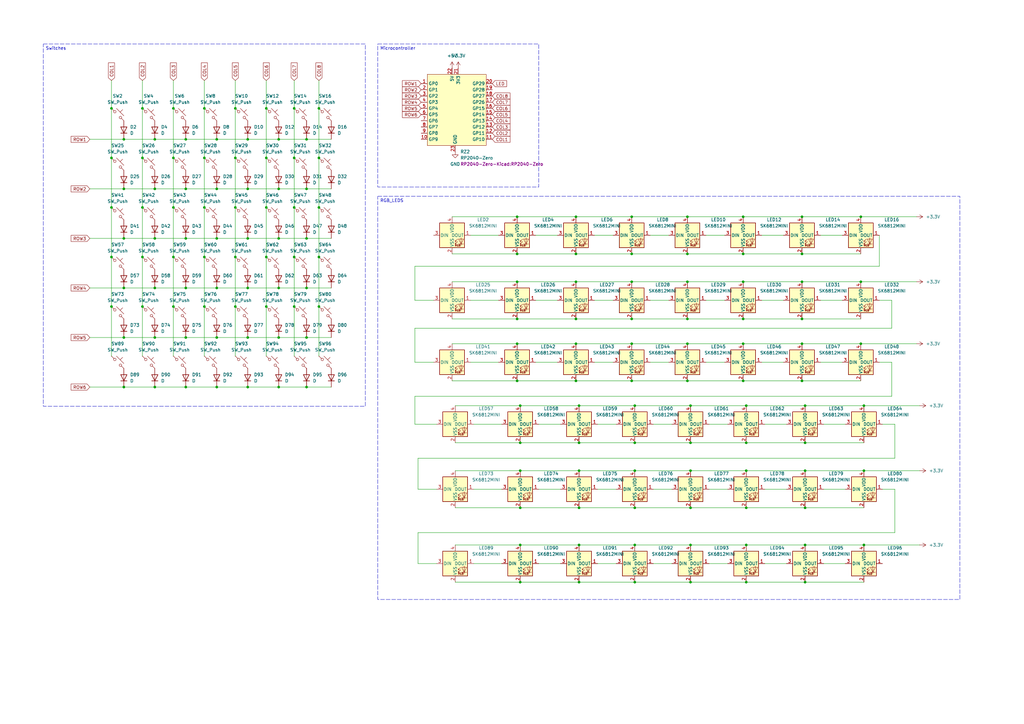
<source format=kicad_sch>
(kicad_sch (version 20250114) (generator "eeschema") (generator_version "9.0")
  (paper "A3")
  (text_box "Switches" (at 17.78 18.034 0) (size 132.08 148.59) (margins 0.9525 0.9525 0.9525 0.9525) (stroke (width 0) (type dash)) (effects (font (size 1.27 1.27)) (justify left top)))
  (text_box "RGB_LEDS" (at 154.94 80.518 0) (size 238.76 165.354) (margins 0.9525 0.9525 0.9525 0.9525) (stroke (width 0) (type dash)) (effects (font (size 1.27 1.27)) (justify left top)))
  (text_box "Microcontroller" (at 154.94 18.034 0) (size 66.04 58.674) (margins 0.9525 0.9525 0.9525 0.9525) (stroke (width 0) (type dash)) (effects (font (size 1.27 1.27)) (justify left top)))
  (junction (at 283.21 193.04))
  (junction (at 237.49 223.52))
  (junction (at 58.42 85.09))
  (junction (at 45.72 64.77))
  (junction (at 259.08 140.97))
  (junction (at 76.2 118.11))
  (junction (at 58.42 64.77))
  (junction (at 120.65 44.45))
  (junction (at 125.73 138.43))
  (junction (at 304.8 140.97))
  (junction (at 96.52 105.41))
  (junction (at 354.33 166.37))
  (junction (at 76.2 158.75))
  (junction (at 260.35 193.04))
  (junction (at 259.08 104.14))
  (junction (at 260.35 238.76))
  (junction (at 306.07 238.76))
  (junction (at 281.94 104.14))
  (junction (at 88.9 97.79))
  (junction (at 63.5 57.15))
  (junction (at 71.12 64.77))
  (junction (at 125.73 57.15))
  (junction (at 50.8 118.11))
  (junction (at 213.36 181.61))
  (junction (at 212.09 104.14))
  (junction (at 259.08 115.57))
  (junction (at 101.6 57.15))
  (junction (at 237.49 181.61))
  (junction (at 130.81 105.41))
  (junction (at 101.6 97.79))
  (junction (at 45.72 105.41))
  (junction (at 328.93 140.97))
  (junction (at 212.09 115.57))
  (junction (at 120.65 125.73))
  (junction (at 58.42 44.45))
  (junction (at 63.5 158.75))
  (junction (at 63.5 138.43))
  (junction (at 71.12 44.45))
  (junction (at 101.6 138.43))
  (junction (at 260.35 166.37))
  (junction (at 330.2 223.52))
  (junction (at 83.82 85.09))
  (junction (at 213.36 223.52))
  (junction (at 130.81 85.09))
  (junction (at 101.6 118.11))
  (junction (at 354.33 193.04))
  (junction (at 259.08 88.9))
  (junction (at 109.22 105.41))
  (junction (at 306.07 181.61))
  (junction (at 283.21 166.37))
  (junction (at 114.3 57.15))
  (junction (at 328.93 156.21))
  (junction (at 330.2 238.76))
  (junction (at 58.42 105.41))
  (junction (at 213.36 193.04))
  (junction (at 96.52 64.77))
  (junction (at 281.94 88.9))
  (junction (at 304.8 156.21))
  (junction (at 328.93 115.57))
  (junction (at 109.22 44.45))
  (junction (at 283.21 238.76))
  (junction (at 71.12 125.73))
  (junction (at 330.2 193.04))
  (junction (at 71.12 85.09))
  (junction (at 88.9 57.15))
  (junction (at 306.07 223.52))
  (junction (at 114.3 158.75))
  (junction (at 236.22 104.14))
  (junction (at 354.33 223.52))
  (junction (at 50.8 97.79))
  (junction (at 306.07 208.28))
  (junction (at 125.73 77.47))
  (junction (at 328.93 88.9))
  (junction (at 88.9 138.43))
  (junction (at 281.94 115.57))
  (junction (at 213.36 166.37))
  (junction (at 63.5 97.79))
  (junction (at 259.08 130.81))
  (junction (at 330.2 208.28))
  (junction (at 45.72 125.73))
  (junction (at 76.2 138.43))
  (junction (at 330.2 166.37))
  (junction (at 88.9 77.47))
  (junction (at 237.49 166.37))
  (junction (at 125.73 118.11))
  (junction (at 283.21 223.52))
  (junction (at 330.2 181.61))
  (junction (at 125.73 97.79))
  (junction (at 50.8 77.47))
  (junction (at 120.65 105.41))
  (junction (at 260.35 208.28))
  (junction (at 58.42 125.73))
  (junction (at 304.8 130.81))
  (junction (at 83.82 125.73))
  (junction (at 212.09 130.81))
  (junction (at 236.22 140.97))
  (junction (at 283.21 181.61))
  (junction (at 76.2 57.15))
  (junction (at 212.09 88.9))
  (junction (at 281.94 140.97))
  (junction (at 306.07 193.04))
  (junction (at 328.93 104.14))
  (junction (at 283.21 208.28))
  (junction (at 120.65 64.77))
  (junction (at 236.22 88.9))
  (junction (at 63.5 77.47))
  (junction (at 237.49 193.04))
  (junction (at 236.22 156.21))
  (junction (at 213.36 238.76))
  (junction (at 88.9 118.11))
  (junction (at 101.6 158.75))
  (junction (at 50.8 158.75))
  (junction (at 50.8 57.15))
  (junction (at 212.09 156.21))
  (junction (at 96.52 85.09))
  (junction (at 71.12 105.41))
  (junction (at 281.94 130.81))
  (junction (at 96.52 125.73))
  (junction (at 83.82 105.41))
  (junction (at 109.22 64.77))
  (junction (at 130.81 44.45))
  (junction (at 50.8 138.43))
  (junction (at 114.3 97.79))
  (junction (at 328.93 130.81))
  (junction (at 130.81 125.73))
  (junction (at 213.36 208.28))
  (junction (at 130.81 64.77))
  (junction (at 45.72 85.09))
  (junction (at 260.35 181.61))
  (junction (at 101.6 77.47))
  (junction (at 88.9 158.75))
  (junction (at 259.08 156.21))
  (junction (at 237.49 208.28))
  (junction (at 304.8 115.57))
  (junction (at 212.09 140.97))
  (junction (at 306.07 166.37))
  (junction (at 236.22 115.57))
  (junction (at 76.2 97.79))
  (junction (at 120.65 85.09))
  (junction (at 109.22 125.73))
  (junction (at 96.52 44.45))
  (junction (at 353.06 140.97))
  (junction (at 260.35 223.52))
  (junction (at 304.8 88.9))
  (junction (at 76.2 77.47))
  (junction (at 83.82 64.77))
  (junction (at 114.3 77.47))
  (junction (at 304.8 104.14))
  (junction (at 236.22 130.81))
  (junction (at 109.22 85.09))
  (junction (at 353.06 88.9))
  (junction (at 114.3 138.43))
  (junction (at 45.72 44.45))
  (junction (at 114.3 118.11))
  (junction (at 353.06 115.57))
  (junction (at 125.73 158.75))
  (junction (at 237.49 238.76))
  (junction (at 281.94 156.21))
  (junction (at 83.82 44.45))
  (junction (at 63.5 118.11))
  (wire (pts (xy 267.97 173.99) (xy 275.59 173.99)))
  (wire (pts (xy 58.42 64.77) (xy 58.42 85.09)))
  (wire (pts (xy 58.42 44.45) (xy 58.42 64.77)))
  (wire (pts (xy 281.94 88.9) (xy 304.8 88.9)))
  (wire (pts (xy 125.73 97.79) (xy 135.89 97.79)))
  (wire (pts (xy 114.3 118.11) (xy 125.73 118.11)))
  (wire (pts (xy 109.22 125.73) (xy 109.22 146.05)))
  (wire (pts (xy 88.9 77.47) (xy 101.6 77.47)))
  (wire (pts (xy 354.33 193.04) (xy 377.19 193.04)))
  (wire (pts (xy 170.18 109.22) (xy 170.18 123.19)))
  (wire (pts (xy 213.36 238.76) (xy 237.49 238.76)))
  (wire (pts (xy 50.8 77.47) (xy 63.5 77.47)))
  (wire (pts (xy 367.03 218.44) (xy 171.45 218.44)))
  (wire (pts (xy 337.82 173.99) (xy 346.71 173.99)))
  (wire (pts (xy 179.07 173.99) (xy 170.18 173.99)))
  (wire (pts (xy 50.8 158.75) (xy 63.5 158.75)))
  (wire (pts (xy 361.95 173.99) (xy 367.03 173.99)))
  (wire (pts (xy 120.65 64.77) (xy 120.65 85.09)))
  (wire (pts (xy 365.76 123.19) (xy 365.76 134.62)))
  (wire (pts (xy 304.8 156.21) (xy 328.93 156.21)))
  (wire (pts (xy 237.49 166.37) (xy 260.35 166.37)))
  (wire (pts (xy 71.12 33.02) (xy 71.12 44.45)))
  (wire (pts (xy 71.12 85.09) (xy 71.12 105.41)))
  (wire (pts (xy 96.52 64.77) (xy 96.52 85.09)))
  (wire (pts (xy 45.72 64.77) (xy 45.72 85.09)))
  (wire (pts (xy 289.56 123.19) (xy 297.18 123.19)))
  (wire (pts (xy 36.83 97.79) (xy 50.8 97.79)))
  (wire (pts (xy 125.73 158.75) (xy 135.89 158.75)))
  (wire (pts (xy 185.42 88.9) (xy 212.09 88.9)))
  (wire (pts (xy 259.08 130.81) (xy 281.94 130.81)))
  (wire (pts (xy 266.7 148.59) (xy 274.32 148.59)))
  (wire (pts (xy 101.6 57.15) (xy 114.3 57.15)))
  (wire (pts (xy 354.33 223.52) (xy 377.19 223.52)))
  (wire (pts (xy 130.81 125.73) (xy 130.81 146.05)))
  (wire (pts (xy 114.3 57.15) (xy 125.73 57.15)))
  (wire (pts (xy 213.36 208.28) (xy 237.49 208.28)))
  (wire (pts (xy 45.72 33.02) (xy 45.72 44.45)))
  (wire (pts (xy 63.5 77.47) (xy 76.2 77.47)))
  (wire (pts (xy 360.68 123.19) (xy 365.76 123.19)))
  (wire (pts (xy 109.22 33.02) (xy 109.22 44.45)))
  (wire (pts (xy 71.12 44.45) (xy 71.12 64.77)))
  (wire (pts (xy 185.42 115.57) (xy 212.09 115.57)))
  (wire (pts (xy 58.42 105.41) (xy 58.42 125.73)))
  (wire (pts (xy 130.81 64.77) (xy 130.81 85.09)))
  (wire (pts (xy 171.45 187.96) (xy 171.45 200.66)))
  (wire (pts (xy 283.21 223.52) (xy 306.07 223.52)))
  (wire (pts (xy 337.82 200.66) (xy 346.71 200.66)))
  (wire (pts (xy 354.33 166.37) (xy 377.19 166.37)))
  (wire (pts (xy 109.22 85.09) (xy 109.22 105.41)))
  (wire (pts (xy 63.5 57.15) (xy 76.2 57.15)))
  (wire (pts (xy 328.93 88.9) (xy 353.06 88.9)))
  (wire (pts (xy 337.82 231.14) (xy 346.71 231.14)))
  (wire (pts (xy 336.55 148.59) (xy 345.44 148.59)))
  (wire (pts (xy 245.11 173.99) (xy 252.73 173.99)))
  (wire (pts (xy 109.22 105.41) (xy 109.22 125.73)))
  (wire (pts (xy 36.83 77.47) (xy 50.8 77.47)))
  (wire (pts (xy 353.06 115.57) (xy 375.92 115.57)))
  (wire (pts (xy 185.42 130.81) (xy 212.09 130.81)))
  (wire (pts (xy 237.49 181.61) (xy 260.35 181.61)))
  (wire (pts (xy 96.52 85.09) (xy 96.52 105.41)))
  (wire (pts (xy 109.22 64.77) (xy 109.22 85.09)))
  (wire (pts (xy 193.04 148.59) (xy 204.47 148.59)))
  (wire (pts (xy 281.94 156.21) (xy 304.8 156.21)))
  (wire (pts (xy 219.71 148.59) (xy 228.6 148.59)))
  (wire (pts (xy 283.21 166.37) (xy 306.07 166.37)))
  (wire (pts (xy 185.42 104.14) (xy 212.09 104.14)))
  (wire (pts (xy 88.9 97.79) (xy 101.6 97.79)))
  (wire (pts (xy 130.81 85.09) (xy 130.81 105.41)))
  (wire (pts (xy 114.3 77.47) (xy 125.73 77.47)))
  (wire (pts (xy 313.69 173.99) (xy 322.58 173.99)))
  (wire (pts (xy 96.52 125.73) (xy 96.52 146.05)))
  (wire (pts (xy 76.2 97.79) (xy 88.9 97.79)))
  (wire (pts (xy 236.22 104.14) (xy 259.08 104.14)))
  (wire (pts (xy 213.36 181.61) (xy 237.49 181.61)))
  (wire (pts (xy 83.82 33.02) (xy 83.82 44.45)))
  (wire (pts (xy 328.93 104.14) (xy 353.06 104.14)))
  (wire (pts (xy 281.94 104.14) (xy 304.8 104.14)))
  (wire (pts (xy 260.35 238.76) (xy 283.21 238.76)))
  (wire (pts (xy 328.93 156.21) (xy 353.06 156.21)))
  (wire (pts (xy 260.35 193.04) (xy 283.21 193.04)))
  (wire (pts (xy 36.83 57.15) (xy 50.8 57.15)))
  (wire (pts (xy 220.98 231.14) (xy 229.87 231.14)))
  (wire (pts (xy 120.65 125.73) (xy 120.65 146.05)))
  (wire (pts (xy 88.9 158.75) (xy 101.6 158.75)))
  (wire (pts (xy 213.36 166.37) (xy 237.49 166.37)))
  (wire (pts (xy 130.81 33.02) (xy 130.81 44.45)))
  (wire (pts (xy 114.3 97.79) (xy 125.73 97.79)))
  (wire (pts (xy 36.83 138.43) (xy 50.8 138.43)))
  (wire (pts (xy 243.84 96.52) (xy 251.46 96.52)))
  (wire (pts (xy 365.76 148.59) (xy 360.68 148.59)))
  (wire (pts (xy 290.83 173.99) (xy 298.45 173.99)))
  (wire (pts (xy 213.36 193.04) (xy 237.49 193.04)))
  (wire (pts (xy 170.18 134.62) (xy 170.18 148.59)))
  (wire (pts (xy 58.42 125.73) (xy 58.42 146.05)))
  (wire (pts (xy 185.42 140.97) (xy 212.09 140.97)))
  (wire (pts (xy 328.93 130.81) (xy 353.06 130.81)))
  (wire (pts (xy 260.35 181.61) (xy 283.21 181.61)))
  (wire (pts (xy 76.2 77.47) (xy 88.9 77.47)))
  (wire (pts (xy 109.22 44.45) (xy 109.22 64.77)))
  (wire (pts (xy 236.22 156.21) (xy 259.08 156.21)))
  (wire (pts (xy 194.31 200.66) (xy 205.74 200.66)))
  (wire (pts (xy 120.65 44.45) (xy 120.65 64.77)))
  (wire (pts (xy 83.82 44.45) (xy 83.82 64.77)))
  (wire (pts (xy 194.31 173.99) (xy 205.74 173.99)))
  (wire (pts (xy 267.97 231.14) (xy 275.59 231.14)))
  (wire (pts (xy 114.3 138.43) (xy 125.73 138.43)))
  (wire (pts (xy 243.84 123.19) (xy 251.46 123.19)))
  (wire (pts (xy 170.18 148.59) (xy 177.8 148.59)))
  (wire (pts (xy 306.07 208.28) (xy 330.2 208.28)))
  (wire (pts (xy 237.49 223.52) (xy 260.35 223.52)))
  (wire (pts (xy 259.08 156.21) (xy 281.94 156.21)))
  (wire (pts (xy 125.73 57.15) (xy 135.89 57.15)))
  (wire (pts (xy 63.5 118.11) (xy 76.2 118.11)))
  (wire (pts (xy 304.8 88.9) (xy 328.93 88.9)))
  (wire (pts (xy 36.83 118.11) (xy 50.8 118.11)))
  (wire (pts (xy 170.18 123.19) (xy 177.8 123.19)))
  (wire (pts (xy 36.83 158.75) (xy 50.8 158.75)))
  (wire (pts (xy 281.94 115.57) (xy 304.8 115.57)))
  (wire (pts (xy 328.93 140.97) (xy 353.06 140.97)))
  (wire (pts (xy 236.22 115.57) (xy 259.08 115.57)))
  (wire (pts (xy 186.69 238.76) (xy 213.36 238.76)))
  (wire (pts (xy 304.8 104.14) (xy 328.93 104.14)))
  (wire (pts (xy 283.21 181.61) (xy 306.07 181.61)))
  (wire (pts (xy 220.98 200.66) (xy 229.87 200.66)))
  (wire (pts (xy 365.76 162.56) (xy 365.76 148.59)))
  (wire (pts (xy 283.21 208.28) (xy 306.07 208.28)))
  (wire (pts (xy 71.12 64.77) (xy 71.12 85.09)))
  (wire (pts (xy 212.09 115.57) (xy 236.22 115.57)))
  (wire (pts (xy 330.2 208.28) (xy 354.33 208.28)))
  (wire (pts (xy 71.12 125.73) (xy 71.12 146.05)))
  (wire (pts (xy 96.52 105.41) (xy 96.52 125.73)))
  (wire (pts (xy 63.5 158.75) (xy 76.2 158.75)))
  (wire (pts (xy 186.69 166.37) (xy 213.36 166.37)))
  (wire (pts (xy 260.35 208.28) (xy 283.21 208.28)))
  (wire (pts (xy 328.93 115.57) (xy 353.06 115.57)))
  (wire (pts (xy 283.21 238.76) (xy 306.07 238.76)))
  (wire (pts (xy 353.06 140.97) (xy 375.92 140.97)))
  (wire (pts (xy 260.35 166.37) (xy 283.21 166.37)))
  (wire (pts (xy 50.8 118.11) (xy 63.5 118.11)))
  (wire (pts (xy 125.73 118.11) (xy 135.89 118.11)))
  (wire (pts (xy 212.09 156.21) (xy 236.22 156.21)))
  (wire (pts (xy 243.84 148.59) (xy 251.46 148.59)))
  (wire (pts (xy 219.71 96.52) (xy 228.6 96.52)))
  (wire (pts (xy 245.11 200.66) (xy 252.73 200.66)))
  (wire (pts (xy 71.12 105.41) (xy 71.12 125.73)))
  (wire (pts (xy 101.6 77.47) (xy 114.3 77.47)))
  (wire (pts (xy 76.2 138.43) (xy 88.9 138.43)))
  (wire (pts (xy 336.55 123.19) (xy 345.44 123.19)))
  (wire (pts (xy 283.21 193.04) (xy 306.07 193.04)))
  (wire (pts (xy 237.49 193.04) (xy 260.35 193.04)))
  (wire (pts (xy 367.03 173.99) (xy 367.03 187.96)))
  (wire (pts (xy 306.07 166.37) (xy 330.2 166.37)))
  (wire (pts (xy 260.35 223.52) (xy 283.21 223.52)))
  (wire (pts (xy 312.42 148.59) (xy 321.31 148.59)))
  (wire (pts (xy 212.09 88.9) (xy 236.22 88.9)))
  (wire (pts (xy 266.7 123.19) (xy 274.32 123.19)))
  (wire (pts (xy 120.65 33.02) (xy 120.65 44.45)))
  (wire (pts (xy 367.03 187.96) (xy 171.45 187.96)))
  (wire (pts (xy 336.55 96.52) (xy 345.44 96.52)))
  (wire (pts (xy 63.5 97.79) (xy 76.2 97.79)))
  (wire (pts (xy 101.6 118.11) (xy 114.3 118.11)))
  (wire (pts (xy 290.83 231.14) (xy 298.45 231.14)))
  (wire (pts (xy 186.69 208.28) (xy 213.36 208.28)))
  (wire (pts (xy 281.94 130.81) (xy 304.8 130.81)))
  (wire (pts (xy 259.08 104.14) (xy 281.94 104.14)))
  (wire (pts (xy 360.68 109.22) (xy 170.18 109.22)))
  (wire (pts (xy 88.9 57.15) (xy 101.6 57.15)))
  (wire (pts (xy 304.8 140.97) (xy 328.93 140.97)))
  (wire (pts (xy 83.82 64.77) (xy 83.82 85.09)))
  (wire (pts (xy 194.31 231.14) (xy 205.74 231.14)))
  (wire (pts (xy 237.49 208.28) (xy 260.35 208.28)))
  (wire (pts (xy 45.72 125.73) (xy 45.72 146.05)))
  (wire (pts (xy 193.04 96.52) (xy 204.47 96.52)))
  (wire (pts (xy 306.07 238.76) (xy 330.2 238.76)))
  (wire (pts (xy 361.95 200.66) (xy 367.03 200.66)))
  (wire (pts (xy 267.97 200.66) (xy 275.59 200.66)))
  (wire (pts (xy 360.68 96.52) (xy 360.68 109.22)))
  (wire (pts (xy 76.2 118.11) (xy 88.9 118.11)))
  (wire (pts (xy 63.5 138.43) (xy 76.2 138.43)))
  (wire (pts (xy 58.42 33.02) (xy 58.42 44.45)))
  (wire (pts (xy 306.07 223.52) (xy 330.2 223.52)))
  (wire (pts (xy 185.42 156.21) (xy 212.09 156.21)))
  (wire (pts (xy 290.83 200.66) (xy 298.45 200.66)))
  (wire (pts (xy 193.04 123.19) (xy 204.47 123.19)))
  (wire (pts (xy 312.42 96.52) (xy 321.31 96.52)))
  (wire (pts (xy 306.07 181.61) (xy 330.2 181.61)))
  (wire (pts (xy 236.22 88.9) (xy 259.08 88.9)))
  (wire (pts (xy 83.82 85.09) (xy 83.82 105.41)))
  (wire (pts (xy 259.08 88.9) (xy 281.94 88.9)))
  (wire (pts (xy 76.2 57.15) (xy 88.9 57.15)))
  (wire (pts (xy 259.08 140.97) (xy 281.94 140.97)))
  (wire (pts (xy 101.6 97.79) (xy 114.3 97.79)))
  (wire (pts (xy 171.45 231.14) (xy 179.07 231.14)))
  (wire (pts (xy 83.82 105.41) (xy 83.82 125.73)))
  (wire (pts (xy 304.8 130.81) (xy 328.93 130.81)))
  (wire (pts (xy 170.18 162.56) (xy 365.76 162.56)))
  (wire (pts (xy 50.8 138.43) (xy 63.5 138.43)))
  (wire (pts (xy 330.2 193.04) (xy 354.33 193.04)))
  (wire (pts (xy 367.03 200.66) (xy 367.03 218.44)))
  (wire (pts (xy 330.2 166.37) (xy 354.33 166.37)))
  (wire (pts (xy 236.22 140.97) (xy 259.08 140.97)))
  (wire (pts (xy 50.8 57.15) (xy 63.5 57.15)))
  (wire (pts (xy 212.09 130.81) (xy 236.22 130.81)))
  (wire (pts (xy 96.52 44.45) (xy 96.52 64.77)))
  (wire (pts (xy 237.49 238.76) (xy 260.35 238.76)))
  (wire (pts (xy 45.72 105.41) (xy 45.72 125.73)))
  (wire (pts (xy 312.42 123.19) (xy 321.31 123.19)))
  (wire (pts (xy 171.45 218.44) (xy 171.45 231.14)))
  (wire (pts (xy 213.36 223.52) (xy 237.49 223.52)))
  (wire (pts (xy 281.94 140.97) (xy 304.8 140.97)))
  (wire (pts (xy 219.71 123.19) (xy 228.6 123.19)))
  (wire (pts (xy 120.65 85.09) (xy 120.65 105.41)))
  (wire (pts (xy 171.45 200.66) (xy 179.07 200.66)))
  (wire (pts (xy 313.69 231.14) (xy 322.58 231.14)))
  (wire (pts (xy 306.07 193.04) (xy 330.2 193.04)))
  (wire (pts (xy 289.56 96.52) (xy 297.18 96.52)))
  (wire (pts (xy 266.7 96.52) (xy 274.32 96.52)))
  (wire (pts (xy 245.11 231.14) (xy 252.73 231.14)))
  (wire (pts (xy 186.69 181.61) (xy 213.36 181.61)))
  (wire (pts (xy 125.73 77.47) (xy 135.89 77.47)))
  (wire (pts (xy 289.56 148.59) (xy 297.18 148.59)))
  (wire (pts (xy 130.81 44.45) (xy 130.81 64.77)))
  (wire (pts (xy 130.81 105.41) (xy 130.81 125.73)))
  (wire (pts (xy 212.09 140.97) (xy 236.22 140.97)))
  (wire (pts (xy 313.69 200.66) (xy 322.58 200.66)))
  (wire (pts (xy 186.69 223.52) (xy 213.36 223.52)))
  (wire (pts (xy 259.08 115.57) (xy 281.94 115.57)))
  (wire (pts (xy 236.22 130.81) (xy 259.08 130.81)))
  (wire (pts (xy 76.2 158.75) (xy 88.9 158.75)))
  (wire (pts (xy 101.6 158.75) (xy 114.3 158.75)))
  (wire (pts (xy 120.65 105.41) (xy 120.65 125.73)))
  (wire (pts (xy 45.72 44.45) (xy 45.72 64.77)))
  (wire (pts (xy 45.72 85.09) (xy 45.72 105.41)))
  (wire (pts (xy 330.2 181.61) (xy 354.33 181.61)))
  (wire (pts (xy 114.3 158.75) (xy 125.73 158.75)))
  (wire (pts (xy 212.09 104.14) (xy 236.22 104.14)))
  (wire (pts (xy 365.76 134.62) (xy 170.18 134.62)))
  (wire (pts (xy 58.42 85.09) (xy 58.42 105.41)))
  (wire (pts (xy 353.06 88.9) (xy 375.92 88.9)))
  (wire (pts (xy 330.2 238.76) (xy 354.33 238.76)))
  (wire (pts (xy 330.2 223.52) (xy 354.33 223.52)))
  (wire (pts (xy 170.18 173.99) (xy 170.18 162.56)))
  (wire (pts (xy 186.69 193.04) (xy 213.36 193.04)))
  (wire (pts (xy 88.9 118.11) (xy 101.6 118.11)))
  (wire (pts (xy 96.52 33.02) (xy 96.52 44.45)))
  (wire (pts (xy 220.98 173.99) (xy 229.87 173.99)))
  (wire (pts (xy 101.6 138.43) (xy 114.3 138.43)))
  (wire (pts (xy 50.8 97.79) (xy 63.5 97.79)))
  (wire (pts (xy 88.9 138.43) (xy 101.6 138.43)))
  (wire (pts (xy 125.73 138.43) (xy 135.89 138.43)))
  (wire (pts (xy 304.8 115.57) (xy 328.93 115.57)))
  (wire (pts (xy 83.82 125.73) (xy 83.82 146.05)))
  (global_label "COL2" (shape input) (at 201.93 54.61 0) (property "Intersheetrefs" "${INTERSHEET_REFS}" (effects (hide yes))))
  (global_label "COL1" (shape input) (at 201.93 57.15 0) (property "Intersheetrefs" "${INTERSHEET_REFS}" (effects (hide yes))))
  (global_label "COL6" (shape input) (at 109.22 33.02 90) (property "Intersheetrefs" "${INTERSHEET_REFS}" (effects (hide yes))))
  (global_label "ROW3" (shape input) (at 172.72 39.37 180) (property "Intersheetrefs" "${INTERSHEET_REFS}" (effects (hide yes))))
  (global_label "ROW5" (shape input) (at 36.83 138.43 180) (property "Intersheetrefs" "${INTERSHEET_REFS}" (effects (hide yes))))
  (global_label "ROW1" (shape input) (at 36.83 57.15 180) (property "Intersheetrefs" "${INTERSHEET_REFS}" (effects (hide yes))))
  (global_label "COL3" (shape input) (at 71.12 33.02 90) (property "Intersheetrefs" "${INTERSHEET_REFS}" (effects (hide yes))))
  (global_label "ROW4" (shape input) (at 36.83 118.11 180) (property "Intersheetrefs" "${INTERSHEET_REFS}" (effects (hide yes))))
  (global_label "COL6" (shape input) (at 201.93 44.45 0) (property "Intersheetrefs" "${INTERSHEET_REFS}" (effects (hide yes))))
  (global_label "COL7" (shape input) (at 120.65 33.02 90) (property "Intersheetrefs" "${INTERSHEET_REFS}" (effects (hide yes))))
  (global_label "COL4" (shape input) (at 83.82 33.02 90) (property "Intersheetrefs" "${INTERSHEET_REFS}" (effects (hide yes))))
  (global_label "COL8" (shape input) (at 130.81 33.02 90) (property "Intersheetrefs" "${INTERSHEET_REFS}" (effects (hide yes))))
  (global_label "COL7" (shape input) (at 201.93 41.91 0) (property "Intersheetrefs" "${INTERSHEET_REFS}" (effects (hide yes))))
  (global_label "ROW6" (shape input) (at 36.83 158.75 180) (property "Intersheetrefs" "${INTERSHEET_REFS}" (effects (hide yes))))
  (global_label "COL8" (shape input) (at 201.93 39.37 0) (property "Intersheetrefs" "${INTERSHEET_REFS}" (effects (hide yes))))
  (global_label "COL5" (shape input) (at 201.93 46.99 0) (property "Intersheetrefs" "${INTERSHEET_REFS}" (effects (hide yes))))
  (global_label "ROW2" (shape input) (at 172.72 36.83 180) (property "Intersheetrefs" "${INTERSHEET_REFS}" (effects (hide yes))))
  (global_label "COL4" (shape input) (at 201.93 49.53 0) (property "Intersheetrefs" "${INTERSHEET_REFS}" (effects (hide yes))))
  (global_label "ROW5" (shape input) (at 172.72 44.45 180) (property "Intersheetrefs" "${INTERSHEET_REFS}" (effects (hide yes))))
  (global_label "COL2" (shape input) (at 58.42 33.02 90) (property "Intersheetrefs" "${INTERSHEET_REFS}" (effects (hide yes))))
  (global_label "ROW1" (shape input) (at 172.72 34.29 180) (property "Intersheetrefs" "${INTERSHEET_REFS}" (effects (hide yes))))
  (global_label "LED" (shape input) (at 201.93 34.29 0) (property "Intersheetrefs" "${INTERSHEET_REFS}" (effects (hide yes))))
  (global_label "ROW2" (shape input) (at 36.83 77.47 180) (property "Intersheetrefs" "${INTERSHEET_REFS}" (effects (hide yes))))
  (global_label "COL3" (shape input) (at 201.93 52.07 0) (property "Intersheetrefs" "${INTERSHEET_REFS}" (effects (hide yes))))
  (global_label "ROW4" (shape input) (at 172.72 41.91 180) (property "Intersheetrefs" "${INTERSHEET_REFS}" (effects (hide yes))))
  (global_label "ROW3" (shape input) (at 36.83 97.79 180) (property "Intersheetrefs" "${INTERSHEET_REFS}" (effects (hide yes))))
  (global_label "ROW6" (shape input) (at 172.72 46.99 180) (property "Intersheetrefs" "${INTERSHEET_REFS}" (effects (hide yes))))
  (global_label "COL1" (shape input) (at 45.72 33.02 90) (property "Intersheetrefs" "${INTERSHEET_REFS}" (effects (hide yes))))
  (global_label "COL5" (shape input) (at 96.52 33.02 90) (property "Intersheetrefs" "${INTERSHEET_REFS}" (effects (hide yes))))
  (symbol (lib_id "Switch:SW_Push_45deg") (at 60.96 67.31 0) (unit 1)
    (property "Reference" "SW18" (at 60.96 59.69 0))
    (property "Value" "SW_Push" (at 60.96 62.23 0))
    (property "Footprint" "MX_Hotswap:MX-Hotswap-1U" (effects (hide yes)))
    (property "Description" "Push button switch, normally open, two pins, 45° tilted" (effects (hide yes)))
    (instances (project "SplitKeeb" (path "" (reference "SW26") (unit 1)) (path "" (reference "SW18") (unit 1))))
  )
  (symbol (lib_id "LED:SK6812MINI") (at 353.06 148.59 0) (unit 1)
    (property "Reference" "LED40" (at 365.76 142.1698 0))
    (property "Value" "SK6812MINI" (at 365.76 144.7098 0))
    (property "Footprint" "LED_SMD:LED_SK6812MINI_PLCC4_3.5x3.5mm_P1.75mm" (effects (hide yes)))
    (property "Datasheet" "https://cdn-shop.adafruit.com/product-files/2686/SK6812MINI_REV.01-1-2.pdf" (effects (hide yes)))
    (property "Description" "RGB LED with integrated controller" (effects (hide yes)))
    (instances (project "SplitKeeb" (path "" (reference "LED48") (unit 1)) (path "" (reference "LED40") (unit 1))))
  )
  (symbol (lib_id "Device:D") (at 76.2 154.94 90) (unit 1)
    (property "Reference" "D83" (at 78.74 153.6699 90) (effects (justify right)))
    (property "Value" "D" (at 78.74 156.2099 90) (effects (justify right)))
    (property "Footprint" "Diode_SMD:D_SOD-123" (effects (hide yes)))
    (property "Description" "Diode" (effects (hide yes)))
    (property "Sim.Device" "D" (effects (hide yes)))
    (property "Sim.Pins" "1=K 2=A" (effects (hide yes)))
    (instances (project "SplitKeeb" (path "" (reference "D91") (unit 1)) (path "" (reference "D83") (unit 1))))
  )
  (symbol (lib_id "Switch:SW_Push_45deg") (at 48.26 148.59 0) (unit 1)
    (property "Reference" "SW81" (at 48.26 140.97 0))
    (property "Value" "SW_Push" (at 48.26 143.51 0))
    (property "Footprint" "MX_Hotswap:MX-Hotswap-1U" (effects (hide yes)))
    (property "Description" "Push button switch, normally open, two pins, 45° tilted" (effects (hide yes)))
    (instances (project "SplitKeeb" (path "" (reference "SW89") (unit 1)) (path "" (reference "SW81") (unit 1))))
  )
  (symbol (lib_id "LED:SK6812MINI") (at 186.69 231.14 0) (unit 1)
    (property "Reference" "LED81" (at 199.39 224.7198 0))
    (property "Value" "SK6812MINI" (at 199.39 227.2598 0))
    (property "Footprint" "LED_SMD:LED_SK6812MINI_PLCC4_3.5x3.5mm_P1.75mm" (effects (hide yes)))
    (property "Datasheet" "https://cdn-shop.adafruit.com/product-files/2686/SK6812MINI_REV.01-1-2.pdf" (effects (hide yes)))
    (property "Description" "RGB LED with integrated controller" (effects (hide yes)))
    (instances (project "SplitKeeb" (path "" (reference "LED89") (unit 1)) (path "" (reference "LED81") (unit 1))))
  )
  (symbol (lib_id "LED:SK6812MINI") (at 260.35 200.66 0) (unit 1)
    (property "Reference" "LED68" (at 273.05 194.2398 0))
    (property "Value" "SK6812MINI" (at 273.05 196.7798 0))
    (property "Footprint" "LED_SMD:LED_SK6812MINI_PLCC4_3.5x3.5mm_P1.75mm" (effects (hide yes)))
    (property "Datasheet" "https://cdn-shop.adafruit.com/product-files/2686/SK6812MINI_REV.01-1-2.pdf" (effects (hide yes)))
    (property "Description" "RGB LED with integrated controller" (effects (hide yes)))
    (instances (project "SplitKeeb" (path "" (reference "LED76") (unit 1)) (path "" (reference "LED68") (unit 1))))
  )
  (symbol (lib_id "power:+3.3V") (at 375.92 115.57 270) (unit 1)
    (property "Reference" "#PWR03" (effects (hide yes)))
    (property "Value" "+3.3V" (at 379.73 115.5699 90) (effects (justify left)))
    (property "Description" "Power symbol creates a global label with name \"+3.3V\"" (effects (hide yes)))
    (instances (project "SplitKeeb" (path "" (reference "#PWR04") (unit 1)) (path "" (reference "#PWR03") (unit 1))))
  )
  (symbol (lib_id "Switch:SW_Push_45deg") (at 133.35 87.63 0) (unit 1)
    (property "Reference" "SW40" (at 133.35 80.01 0))
    (property "Value" "SW_Push" (at 133.35 82.55 0))
    (property "Footprint" "MX_Hotswap:MX-Hotswap-1U" (effects (hide yes)))
    (property "Description" "Push button switch, normally open, two pins, 45° tilted" (effects (hide yes)))
    (instances (project "SplitKeeb" (path "" (reference "SW48") (unit 1)) (path "" (reference "SW40") (unit 1))))
  )
  (symbol (lib_id "LED:SK6812MINI") (at 283.21 173.99 0) (unit 1)
    (property "Reference" "LED53" (at 295.91 167.5698 0))
    (property "Value" "SK6812MINI" (at 295.91 170.1098 0))
    (property "Footprint" "LED_SMD:LED_SK6812MINI_PLCC4_3.5x3.5mm_P1.75mm" (effects (hide yes)))
    (property "Datasheet" "https://cdn-shop.adafruit.com/product-files/2686/SK6812MINI_REV.01-1-2.pdf" (effects (hide yes)))
    (property "Description" "RGB LED with integrated controller" (effects (hide yes)))
    (instances (project "SplitKeeb" (path "" (reference "LED61") (unit 1)) (path "" (reference "LED53") (unit 1))))
  )
  (symbol (lib_id "Device:D") (at 101.6 73.66 90) (unit 1)
    (property "Reference" "D21" (at 104.14 72.3899 90) (effects (justify right)))
    (property "Value" "D" (at 104.14 74.9299 90) (effects (justify right)))
    (property "Footprint" "Diode_SMD:D_SOD-123" (effects (hide yes)))
    (property "Description" "Diode" (effects (hide yes)))
    (property "Sim.Device" "D" (effects (hide yes)))
    (property "Sim.Pins" "1=K 2=A" (effects (hide yes)))
    (instances (project "SplitKeeb" (path "" (reference "D29") (unit 1)) (path "" (reference "D21") (unit 1))))
  )
  (symbol (lib_id "Switch:SW_Push_45deg") (at 73.66 46.99 0) (unit 1)
    (property "Reference" "SW5" (at 73.66 39.37 0))
    (property "Value" "SW_Push" (at 73.66 41.91 0))
    (property "Footprint" "MX_Hotswap:MX-Hotswap-1U" (effects (hide yes)))
    (property "Description" "Push button switch, normally open, two pins, 45° tilted" (effects (hide yes)))
    (instances (project "SplitKeeb" (path "" (reference "SW6") (unit 1)) (path "" (reference "SW5") (unit 1))))
  )
  (symbol (lib_id "Switch:SW_Push_45deg") (at 73.66 128.27 0) (unit 1)
    (property "Reference" "SW67" (at 73.66 120.65 0))
    (property "Value" "SW_Push" (at 73.66 123.19 0))
    (property "Footprint" "MX_Hotswap:MX-Hotswap-1U" (effects (hide yes)))
    (property "Description" "Push button switch, normally open, two pins, 45° tilted" (effects (hide yes)))
    (instances (project "SplitKeeb" (path "" (reference "SW75") (unit 1)) (path "" (reference "SW67") (unit 1))))
  )
  (symbol (lib_id "LED:SK6812MINI") (at 236.22 148.59 0) (unit 1)
    (property "Reference" "LED35" (at 248.92 142.1698 0))
    (property "Value" "SK6812MINI" (at 248.92 144.7098 0))
    (property "Footprint" "LED_SMD:LED_SK6812MINI_PLCC4_3.5x3.5mm_P1.75mm" (effects (hide yes)))
    (property "Datasheet" "https://cdn-shop.adafruit.com/product-files/2686/SK6812MINI_REV.01-1-2.pdf" (effects (hide yes)))
    (property "Description" "RGB LED with integrated controller" (effects (hide yes)))
    (instances (project "SplitKeeb" (path "" (reference "LED43") (unit 1)) (path "" (reference "LED35") (unit 1))))
  )
  (symbol (lib_id "Device:D") (at 63.5 53.34 90) (unit 1)
    (property "Reference" "D3" (at 66.04 52.0699 90) (effects (justify right)))
    (property "Value" "D" (at 66.04 54.6099 90) (effects (justify right)))
    (property "Footprint" "Diode_SMD:D_SOD-123" (effects (hide yes)))
    (property "Description" "Diode" (effects (hide yes)))
    (property "Sim.Device" "D" (effects (hide yes)))
    (property "Sim.Pins" "1=K 2=A" (effects (hide yes)))
    (instances (project "SplitKeeb" (path "" (reference "D4") (unit 1)) (path "" (reference "D3") (unit 1))))
  )
  (symbol (lib_id "Switch:SW_Push_45deg") (at 86.36 148.59 0) (unit 1)
    (property "Reference" "SW84" (at 86.36 140.97 0))
    (property "Value" "SW_Push" (at 86.36 143.51 0))
    (property "Footprint" "MX_Hotswap:MX-Hotswap-1U" (effects (hide yes)))
    (property "Description" "Push button switch, normally open, two pins, 45° tilted" (effects (hide yes)))
    (instances (project "SplitKeeb" (path "" (reference "SW92") (unit 1)) (path "" (reference "SW84") (unit 1))))
  )
  (symbol (lib_id "LED:SK6812MINI") (at 354.33 173.99 0) (unit 1)
    (property "Reference" "LED56" (at 367.03 167.5698 0))
    (property "Value" "SK6812MINI" (at 367.03 170.1098 0))
    (property "Footprint" "LED_SMD:LED_SK6812MINI_PLCC4_3.5x3.5mm_P1.75mm" (effects (hide yes)))
    (property "Datasheet" "https://cdn-shop.adafruit.com/product-files/2686/SK6812MINI_REV.01-1-2.pdf" (effects (hide yes)))
    (property "Description" "RGB LED with integrated controller" (effects (hide yes)))
    (instances (project "SplitKeeb" (path "" (reference "LED64") (unit 1)) (path "" (reference "LED56") (unit 1))))
  )
  (symbol (lib_id "Switch:SW_Push_45deg") (at 111.76 128.27 0) (unit 1)
    (property "Reference" "SW70" (at 111.76 120.65 0))
    (property "Value" "SW_Push" (at 111.76 123.19 0))
    (property "Footprint" "MX_Hotswap:MX-Hotswap-1U" (effects (hide yes)))
    (property "Description" "Push button switch, normally open, two pins, 45° tilted" (effects (hide yes)))
    (instances (project "SplitKeeb" (path "" (reference "SW78") (unit 1)) (path "" (reference "SW70") (unit 1))))
  )
  (symbol (lib_id "LED:SK6812MINI") (at 304.8 148.59 0) (unit 1)
    (property "Reference" "LED38" (at 317.5 142.1698 0))
    (property "Value" "SK6812MINI" (at 317.5 144.7098 0))
    (property "Footprint" "LED_SMD:LED_SK6812MINI_PLCC4_3.5x3.5mm_P1.75mm" (effects (hide yes)))
    (property "Datasheet" "https://cdn-shop.adafruit.com/product-files/2686/SK6812MINI_REV.01-1-2.pdf" (effects (hide yes)))
    (property "Description" "RGB LED with integrated controller" (effects (hide yes)))
    (instances (project "SplitKeeb" (path "" (reference "LED46") (unit 1)) (path "" (reference "LED38") (unit 1))))
  )
  (symbol (lib_id "Device:D") (at 135.89 114.3 90) (unit 1)
    (property "Reference" "D56" (at 138.43 113.0299 90) (effects (justify right)))
    (property "Value" "D" (at 138.43 115.5699 90) (effects (justify right)))
    (property "Footprint" "Diode_SMD:D_SOD-123" (effects (hide yes)))
    (property "Description" "Diode" (effects (hide yes)))
    (property "Sim.Device" "D" (effects (hide yes)))
    (property "Sim.Pins" "1=K 2=A" (effects (hide yes)))
    (instances (project "SplitKeeb" (path "" (reference "D64") (unit 1)) (path "" (reference "D56") (unit 1))))
  )
  (symbol (lib_id "Device:D") (at 114.3 53.34 90) (unit 1)
    (property "Reference" "D11" (at 116.84 52.0699 90) (effects (justify right)))
    (property "Value" "D" (at 116.84 54.6099 90) (effects (justify right)))
    (property "Footprint" "Diode_SMD:D_SOD-123" (effects (hide yes)))
    (property "Description" "Diode" (effects (hide yes)))
    (property "Sim.Device" "D" (effects (hide yes)))
    (property "Sim.Pins" "1=K 2=A" (effects (hide yes)))
    (instances (project "SplitKeeb" (path "" (reference "D12") (unit 1)) (path "" (reference "D11") (unit 1))))
  )
  (symbol (lib_id "Device:D") (at 135.89 73.66 90) (unit 1)
    (property "Reference" "D24" (at 138.43 72.3899 90) (effects (justify right)))
    (property "Value" "D" (at 138.43 74.9299 90) (effects (justify right)))
    (property "Footprint" "Diode_SMD:D_SOD-123" (effects (hide yes)))
    (property "Description" "Diode" (effects (hide yes)))
    (property "Sim.Device" "D" (effects (hide yes)))
    (property "Sim.Pins" "1=K 2=A" (effects (hide yes)))
    (instances (project "SplitKeeb" (path "" (reference "D32") (unit 1)) (path "" (reference "D24") (unit 1))))
  )
  (symbol (lib_id "Switch:SW_Push_45deg") (at 73.66 148.59 0) (unit 1)
    (property "Reference" "SW83" (at 73.66 140.97 0))
    (property "Value" "SW_Push" (at 73.66 143.51 0))
    (property "Footprint" "MX_Hotswap:MX-Hotswap-1U" (effects (hide yes)))
    (property "Description" "Push button switch, normally open, two pins, 45° tilted" (effects (hide yes)))
    (instances (project "SplitKeeb" (path "" (reference "SW91") (unit 1)) (path "" (reference "SW83") (unit 1))))
  )
  (symbol (lib_id "Device:D") (at 63.5 154.94 90) (unit 1)
    (property "Reference" "D82" (at 66.04 153.6699 90) (effects (justify right)))
    (property "Value" "D" (at 66.04 156.2099 90) (effects (justify right)))
    (property "Footprint" "Diode_SMD:D_SOD-123" (effects (hide yes)))
    (property "Description" "Diode" (effects (hide yes)))
    (property "Sim.Device" "D" (effects (hide yes)))
    (property "Sim.Pins" "1=K 2=A" (effects (hide yes)))
    (instances (project "SplitKeeb" (path "" (reference "D90") (unit 1)) (path "" (reference "D82") (unit 1))))
  )
  (symbol (lib_id "Device:D") (at 88.9 53.34 90) (unit 1)
    (property "Reference" "D7" (at 91.44 52.0699 90) (effects (justify right)))
    (property "Value" "D" (at 91.44 54.6099 90) (effects (justify right)))
    (property "Footprint" "Diode_SMD:D_SOD-123" (effects (hide yes)))
    (property "Description" "Diode" (effects (hide yes)))
    (property "Sim.Device" "D" (effects (hide yes)))
    (property "Sim.Pins" "1=K 2=A" (effects (hide yes)))
    (instances (project "SplitKeeb" (path "" (reference "D8") (unit 1)) (path "" (reference "D7") (unit 1))))
  )
  (symbol (lib_id "Switch:SW_Push_45deg") (at 73.66 67.31 0) (unit 1)
    (property "Reference" "SW19" (at 73.66 59.69 0))
    (property "Value" "SW_Push" (at 73.66 62.23 0))
    (property "Footprint" "MX_Hotswap:MX-Hotswap-1U" (effects (hide yes)))
    (property "Description" "Push button switch, normally open, two pins, 45° tilted" (effects (hide yes)))
    (instances (project "SplitKeeb" (path "" (reference "SW27") (unit 1)) (path "" (reference "SW19") (unit 1))))
  )
  (symbol (lib_id "Switch:SW_Push_45deg") (at 133.35 46.99 0) (unit 1)
    (property "Reference" "SW15" (at 133.35 39.37 0))
    (property "Value" "SW_Push" (at 133.35 41.91 0))
    (property "Footprint" "MX_Hotswap:MX-Hotswap-1U" (effects (hide yes)))
    (property "Description" "Push button switch, normally open, two pins, 45° tilted" (effects (hide yes)))
    (instances (project "SplitKeeb" (path "" (reference "SW16") (unit 1)) (path "" (reference "SW15") (unit 1))))
  )
  (symbol (lib_id "Device:D") (at 50.8 93.98 90) (unit 1)
    (property "Reference" "D33" (at 53.34 92.7099 90) (effects (justify right)))
    (property "Value" "D" (at 53.34 95.2499 90) (effects (justify right)))
    (property "Footprint" "Diode_SMD:D_SOD-123" (effects (hide yes)))
    (property "Description" "Diode" (effects (hide yes)))
    (property "Sim.Device" "D" (effects (hide yes)))
    (property "Sim.Pins" "1=K 2=A" (effects (hide yes)))
    (instances (project "SplitKeeb" (path "" (reference "D41") (unit 1)) (path "" (reference "D33") (unit 1))))
  )
  (symbol (lib_id "LED:SK6812MINI") (at 283.21 231.14 0) (unit 1)
    (property "Reference" "LED85" (at 295.91 224.7198 0))
    (property "Value" "SK6812MINI" (at 295.91 227.2598 0))
    (property "Footprint" "LED_SMD:LED_SK6812MINI_PLCC4_3.5x3.5mm_P1.75mm" (effects (hide yes)))
    (property "Datasheet" "https://cdn-shop.adafruit.com/product-files/2686/SK6812MINI_REV.01-1-2.pdf" (effects (hide yes)))
    (property "Description" "RGB LED with integrated controller" (effects (hide yes)))
    (instances (project "SplitKeeb" (path "" (reference "LED93") (unit 1)) (path "" (reference "LED85") (unit 1))))
  )
  (symbol (lib_id "LED:SK6812MINI") (at 259.08 96.52 0) (unit 1)
    (property "Reference" "LED7" (at 271.78 90.0998 0))
    (property "Value" "SK6812MINI" (at 271.78 92.6398 0))
    (property "Footprint" "LED_SMD:LED_SK6812MINI_PLCC4_3.5x3.5mm_P1.75mm" (effects (hide yes)))
    (property "Datasheet" "https://cdn-shop.adafruit.com/product-files/2686/SK6812MINI_REV.01-1-2.pdf" (effects (hide yes)))
    (property "Description" "RGB LED with integrated controller" (effects (hide yes)))
    (instances (project "SplitKeeb" (path "" (reference "LED8") (unit 1)) (path "" (reference "LED7") (unit 1))))
  )
  (symbol (lib_id "Device:D") (at 125.73 114.3 90) (unit 1)
    (property "Reference" "D55" (at 128.27 113.0299 90) (effects (justify right)))
    (property "Value" "D" (at 128.27 115.5699 90) (effects (justify right)))
    (property "Footprint" "Diode_SMD:D_SOD-123" (effects (hide yes)))
    (property "Description" "Diode" (effects (hide yes)))
    (property "Sim.Device" "D" (effects (hide yes)))
    (property "Sim.Pins" "1=K 2=A" (effects (hide yes)))
    (instances (project "SplitKeeb" (path "" (reference "D63") (unit 1)) (path "" (reference "D55") (unit 1))))
  )
  (symbol (lib_id "Switch:SW_Push_45deg") (at 123.19 46.99 0) (unit 1)
    (property "Reference" "SW13" (at 123.19 39.37 0))
    (property "Value" "SW_Push" (at 123.19 41.91 0))
    (property "Footprint" "MX_Hotswap:MX-Hotswap-1U" (effects (hide yes)))
    (property "Description" "Push button switch, normally open, two pins, 45° tilted" (effects (hide yes)))
    (instances (project "SplitKeeb" (path "" (reference "SW14") (unit 1)) (path "" (reference "SW13") (unit 1))))
  )
  (symbol (lib_id "LED:SK6812MINI") (at 306.07 200.66 0) (unit 1)
    (property "Reference" "LED70" (at 318.77 194.2398 0))
    (property "Value" "SK6812MINI" (at 318.77 196.7798 0))
    (property "Footprint" "LED_SMD:LED_SK6812MINI_PLCC4_3.5x3.5mm_P1.75mm" (effects (hide yes)))
    (property "Datasheet" "https://cdn-shop.adafruit.com/product-files/2686/SK6812MINI_REV.01-1-2.pdf" (effects (hide yes)))
    (property "Description" "RGB LED with integrated controller" (effects (hide yes)))
    (instances (project "SplitKeeb" (path "" (reference "LED78") (unit 1)) (path "" (reference "LED70") (unit 1))))
  )
  (symbol (lib_id "Device:D") (at 76.2 73.66 90) (unit 1)
    (property "Reference" "D19" (at 78.74 72.3899 90) (effects (justify right)))
    (property "Value" "D" (at 78.74 74.9299 90) (effects (justify right)))
    (property "Footprint" "Diode_SMD:D_SOD-123" (effects (hide yes)))
    (property "Description" "Diode" (effects (hide yes)))
    (property "Sim.Device" "D" (effects (hide yes)))
    (property "Sim.Pins" "1=K 2=A" (effects (hide yes)))
    (instances (project "SplitKeeb" (path "" (reference "D27") (unit 1)) (path "" (reference "D19") (unit 1))))
  )
  (symbol (lib_id "Switch:SW_Push_45deg") (at 133.35 148.59 0) (unit 1)
    (property "Reference" "SW88" (at 133.35 140.97 0))
    (property "Value" "SW_Push" (at 133.35 143.51 0))
    (property "Footprint" "MX_Hotswap:MX-Hotswap-1U" (effects (hide yes)))
    (property "Description" "Push button switch, normally open, two pins, 45° tilted" (effects (hide yes)))
    (instances (project "SplitKeeb" (path "" (reference "SW96") (unit 1)) (path "" (reference "SW88") (unit 1))))
  )
  (symbol (lib_id "Switch:SW_Push_45deg") (at 86.36 128.27 0) (unit 1)
    (property "Reference" "SW68" (at 86.36 120.65 0))
    (property "Value" "SW_Push" (at 86.36 123.19 0))
    (property "Footprint" "MX_Hotswap:MX-Hotswap-1U" (effects (hide yes)))
    (property "Description" "Push button switch, normally open, two pins, 45° tilted" (effects (hide yes)))
    (instances (project "SplitKeeb" (path "" (reference "SW76") (unit 1)) (path "" (reference "SW68") (unit 1))))
  )
  (symbol (lib_id "LED:SK6812MINI") (at 213.36 200.66 0) (unit 1)
    (property "Reference" "LED66" (at 226.06 194.2398 0))
    (property "Value" "SK6812MINI" (at 226.06 196.7798 0))
    (property "Footprint" "LED_SMD:LED_SK6812MINI_PLCC4_3.5x3.5mm_P1.75mm" (effects (hide yes)))
    (property "Datasheet" "https://cdn-shop.adafruit.com/product-files/2686/SK6812MINI_REV.01-1-2.pdf" (effects (hide yes)))
    (property "Description" "RGB LED with integrated controller" (effects (hide yes)))
    (instances (project "SplitKeeb" (path "" (reference "LED74") (unit 1)) (path "" (reference "LED66") (unit 1))))
  )
  (symbol (lib_id "Device:D") (at 88.9 93.98 90) (unit 1)
    (property "Reference" "D36" (at 91.44 92.7099 90) (effects (justify right)))
    (property "Value" "D" (at 91.44 95.2499 90) (effects (justify right)))
    (property "Footprint" "Diode_SMD:D_SOD-123" (effects (hide yes)))
    (property "Description" "Diode" (effects (hide yes)))
    (property "Sim.Device" "D" (effects (hide yes)))
    (property "Sim.Pins" "1=K 2=A" (effects (hide yes)))
    (instances (project "SplitKeeb" (path "" (reference "D44") (unit 1)) (path "" (reference "D36") (unit 1))))
  )
  (symbol (lib_id "LED:SK6812MINI") (at 330.2 200.66 0) (unit 1)
    (property "Reference" "LED71" (at 342.9 194.2398 0))
    (property "Value" "SK6812MINI" (at 342.9 196.7798 0))
    (property "Footprint" "LED_SMD:LED_SK6812MINI_PLCC4_3.5x3.5mm_P1.75mm" (effects (hide yes)))
    (property "Datasheet" "https://cdn-shop.adafruit.com/product-files/2686/SK6812MINI_REV.01-1-2.pdf" (effects (hide yes)))
    (property "Description" "RGB LED with integrated controller" (effects (hide yes)))
    (instances (project "SplitKeeb" (path "" (reference "LED79") (unit 1)) (path "" (reference "LED71") (unit 1))))
  )
  (symbol (lib_id "Switch:SW_Push_45deg") (at 48.26 67.31 0) (unit 1)
    (property "Reference" "SW17" (at 48.26 59.69 0))
    (property "Value" "SW_Push" (at 48.26 62.23 0))
    (property "Footprint" "MX_Hotswap:MX-Hotswap-1U" (effects (hide yes)))
    (property "Description" "Push button switch, normally open, two pins, 45° tilted" (effects (hide yes)))
    (instances (project "SplitKeeb" (path "" (reference "SW25") (unit 1)) (path "" (reference "SW17") (unit 1))))
  )
  (symbol (lib_id "Device:D") (at 125.73 93.98 90) (unit 1)
    (property "Reference" "D39" (at 128.27 92.7099 90) (effects (justify right)))
    (property "Value" "D" (at 128.27 95.2499 90) (effects (justify right)))
    (property "Footprint" "Diode_SMD:D_SOD-123" (effects (hide yes)))
    (property "Description" "Diode" (effects (hide yes)))
    (property "Sim.Device" "D" (effects (hide yes)))
    (property "Sim.Pins" "1=K 2=A" (effects (hide yes)))
    (instances (project "SplitKeeb" (path "" (reference "D47") (unit 1)) (path "" (reference "D39") (unit 1))))
  )
  (symbol (lib_id "LED:SK6812MINI") (at 259.08 123.19 0) (unit 1)
    (property "Reference" "LED20" (at 271.78 116.7698 0))
    (property "Value" "SK6812MINI" (at 271.78 119.3098 0))
    (property "Footprint" "LED_SMD:LED_SK6812MINI_PLCC4_3.5x3.5mm_P1.75mm" (effects (hide yes)))
    (property "Datasheet" "https://cdn-shop.adafruit.com/product-files/2686/SK6812MINI_REV.01-1-2.pdf" (effects (hide yes)))
    (property "Description" "RGB LED with integrated controller" (effects (hide yes)))
    (instances (project "SplitKeeb" (path "" (reference "LED28") (unit 1)) (path "" (reference "LED20") (unit 1))))
  )
  (symbol (lib_id "LED:SK6812MINI") (at 353.06 96.52 0) (unit 1)
    (property "Reference" "LED15" (at 365.76 90.0998 0))
    (property "Value" "SK6812MINI" (at 365.76 92.6398 0))
    (property "Footprint" "LED_SMD:LED_SK6812MINI_PLCC4_3.5x3.5mm_P1.75mm" (effects (hide yes)))
    (property "Datasheet" "https://cdn-shop.adafruit.com/product-files/2686/SK6812MINI_REV.01-1-2.pdf" (effects (hide yes)))
    (property "Description" "RGB LED with integrated controller" (effects (hide yes)))
    (instances (project "SplitKeeb" (path "" (reference "LED16") (unit 1)) (path "" (reference "LED15") (unit 1))))
  )
  (symbol (lib_id "rp2040-zero:RP2040-Zero") (at 186.69 44.45 0) (unit 1)
    (property "Reference" "RZ1" (at 188.8333 62.23 0) (effects (justify left)))
    (property "Value" "RP2040-Zero" (at 188.8333 64.77 0) (effects (justify left)))
    (property "Footprint" "RP2040-Zero-Kicad:RP2040-Zero" (at 188.8333 67.31 0) (effects (justify left)))
    (instances (project "" (path "" (reference "RZ2") (unit 1)) (path "" (reference "RZ1") (unit 1))))
  )
  (symbol (lib_id "Device:D") (at 125.73 53.34 90) (unit 1)
    (property "Reference" "D13" (at 128.27 52.0699 90) (effects (justify right)))
    (property "Value" "D" (at 128.27 54.6099 90) (effects (justify right)))
    (property "Footprint" "Diode_SMD:D_SOD-123" (effects (hide yes)))
    (property "Description" "Diode" (effects (hide yes)))
    (property "Sim.Device" "D" (effects (hide yes)))
    (property "Sim.Pins" "1=K 2=A" (effects (hide yes)))
    (instances (project "SplitKeeb" (path "" (reference "D14") (unit 1)) (path "" (reference "D13") (unit 1))))
  )
  (symbol (lib_id "Device:D") (at 101.6 53.34 90) (unit 1)
    (property "Reference" "D9" (at 104.14 52.0699 90) (effects (justify right)))
    (property "Value" "D" (at 104.14 54.6099 90) (effects (justify right)))
    (property "Footprint" "Diode_SMD:D_SOD-123" (effects (hide yes)))
    (property "Description" "Diode" (effects (hide yes)))
    (property "Sim.Device" "D" (effects (hide yes)))
    (property "Sim.Pins" "1=K 2=A" (effects (hide yes)))
    (instances (project "SplitKeeb" (path "" (reference "D10") (unit 1)) (path "" (reference "D9") (unit 1))))
  )
  (symbol (lib_id "Switch:SW_Push_45deg") (at 86.36 46.99 0) (unit 1)
    (property "Reference" "SW7" (at 86.36 39.37 0))
    (property "Value" "SW_Push" (at 86.36 41.91 0))
    (property "Footprint" "MX_Hotswap:MX-Hotswap-1U" (effects (hide yes)))
    (property "Description" "Push button switch, normally open, two pins, 45° tilted" (effects (hide yes)))
    (instances (project "SplitKeeb" (path "" (reference "SW8") (unit 1)) (path "" (reference "SW7") (unit 1))))
  )
  (symbol (lib_id "Switch:SW_Push_45deg") (at 60.96 128.27 0) (unit 1)
    (property "Reference" "SW66" (at 60.96 120.65 0))
    (property "Value" "SW_Push" (at 60.96 123.19 0))
    (property "Footprint" "MX_Hotswap:MX-Hotswap-1U" (effects (hide yes)))
    (property "Description" "Push button switch, normally open, two pins, 45° tilted" (effects (hide yes)))
    (instances (project "SplitKeeb" (path "" (reference "SW74") (unit 1)) (path "" (reference "SW66") (unit 1))))
  )
  (symbol (lib_id "Device:D") (at 63.5 134.62 90) (unit 1)
    (property "Reference" "D66" (at 66.04 133.3499 90) (effects (justify right)))
    (property "Value" "D" (at 66.04 135.8899 90) (effects (justify right)))
    (property "Footprint" "Diode_SMD:D_SOD-123" (effects (hide yes)))
    (property "Description" "Diode" (effects (hide yes)))
    (property "Sim.Device" "D" (effects (hide yes)))
    (property "Sim.Pins" "1=K 2=A" (effects (hide yes)))
    (instances (project "SplitKeeb" (path "" (reference "D74") (unit 1)) (path "" (reference "D66") (unit 1))))
  )
  (symbol (lib_id "Device:D") (at 63.5 114.3 90) (unit 1)
    (property "Reference" "D50" (at 66.04 113.0299 90) (effects (justify right)))
    (property "Value" "D" (at 66.04 115.5699 90) (effects (justify right)))
    (property "Footprint" "Diode_SMD:D_SOD-123" (effects (hide yes)))
    (property "Description" "Diode" (effects (hide yes)))
    (property "Sim.Device" "D" (effects (hide yes)))
    (property "Sim.Pins" "1=K 2=A" (effects (hide yes)))
    (instances (project "SplitKeeb" (path "" (reference "D58") (unit 1)) (path "" (reference "D50") (unit 1))))
  )
  (symbol (lib_id "Switch:SW_Push_45deg") (at 111.76 67.31 0) (unit 1)
    (property "Reference" "SW22" (at 111.76 59.69 0))
    (property "Value" "SW_Push" (at 111.76 62.23 0))
    (property "Footprint" "MX_Hotswap:MX-Hotswap-1U" (effects (hide yes)))
    (property "Description" "Push button switch, normally open, two pins, 45° tilted" (effects (hide yes)))
    (instances (project "SplitKeeb" (path "" (reference "SW30") (unit 1)) (path "" (reference "SW22") (unit 1))))
  )
  (symbol (lib_id "Device:D") (at 125.73 134.62 90) (unit 1)
    (property "Reference" "D71" (at 128.27 133.3499 90) (effects (justify right)))
    (property "Value" "D" (at 128.27 135.8899 90) (effects (justify right)))
    (property "Footprint" "Diode_SMD:D_SOD-123" (effects (hide yes)))
    (property "Description" "Diode" (effects (hide yes)))
    (property "Sim.Device" "D" (effects (hide yes)))
    (property "Sim.Pins" "1=K 2=A" (effects (hide yes)))
    (instances (project "SplitKeeb" (path "" (reference "D79") (unit 1)) (path "" (reference "D71") (unit 1))))
  )
  (symbol (lib_id "LED:SK6812MINI") (at 328.93 96.52 0) (unit 1)
    (property "Reference" "LED13" (at 341.63 90.0998 0))
    (property "Value" "SK6812MINI" (at 341.63 92.6398 0))
    (property "Footprint" "LED_SMD:LED_SK6812MINI_PLCC4_3.5x3.5mm_P1.75mm" (effects (hide yes)))
    (property "Datasheet" "https://cdn-shop.adafruit.com/product-files/2686/SK6812MINI_REV.01-1-2.pdf" (effects (hide yes)))
    (property "Description" "RGB LED with integrated controller" (effects (hide yes)))
    (instances (project "SplitKeeb" (path "" (reference "LED14") (unit 1)) (path "" (reference "LED13") (unit 1))))
  )
  (symbol (lib_id "Device:D") (at 101.6 154.94 90) (unit 1)
    (property "Reference" "D85" (at 104.14 153.6699 90) (effects (justify right)))
    (property "Value" "D" (at 104.14 156.2099 90) (effects (justify right)))
    (property "Footprint" "Diode_SMD:D_SOD-123" (effects (hide yes)))
    (property "Description" "Diode" (effects (hide yes)))
    (property "Sim.Device" "D" (effects (hide yes)))
    (property "Sim.Pins" "1=K 2=A" (effects (hide yes)))
    (instances (project "SplitKeeb" (path "" (reference "D93") (unit 1)) (path "" (reference "D85") (unit 1))))
  )
  (symbol (lib_id "Device:D") (at 135.89 93.98 90) (unit 1)
    (property "Reference" "D40" (at 138.43 92.7099 90) (effects (justify right)))
    (property "Value" "D" (at 138.43 95.2499 90) (effects (justify right)))
    (property "Footprint" "Diode_SMD:D_SOD-123" (effects (hide yes)))
    (property "Description" "Diode" (effects (hide yes)))
    (property "Sim.Device" "D" (effects (hide yes)))
    (property "Sim.Pins" "1=K 2=A" (effects (hide yes)))
    (instances (project "SplitKeeb" (path "" (reference "D48") (unit 1)) (path "" (reference "D40") (unit 1))))
  )
  (symbol (lib_id "LED:SK6812MINI") (at 330.2 173.99 0) (unit 1)
    (property "Reference" "LED55" (at 342.9 167.5698 0))
    (property "Value" "SK6812MINI" (at 342.9 170.1098 0))
    (property "Footprint" "LED_SMD:LED_SK6812MINI_PLCC4_3.5x3.5mm_P1.75mm" (effects (hide yes)))
    (property "Datasheet" "https://cdn-shop.adafruit.com/product-files/2686/SK6812MINI_REV.01-1-2.pdf" (effects (hide yes)))
    (property "Description" "RGB LED with integrated controller" (effects (hide yes)))
    (instances (project "SplitKeeb" (path "" (reference "LED63") (unit 1)) (path "" (reference "LED55") (unit 1))))
  )
  (symbol (lib_id "LED:SK6812MINI") (at 213.36 231.14 0) (unit 1)
    (property "Reference" "LED82" (at 226.06 224.7198 0))
    (property "Value" "SK6812MINI" (at 226.06 227.2598 0))
    (property "Footprint" "LED_SMD:LED_SK6812MINI_PLCC4_3.5x3.5mm_P1.75mm" (effects (hide yes)))
    (property "Datasheet" "https://cdn-shop.adafruit.com/product-files/2686/SK6812MINI_REV.01-1-2.pdf" (effects (hide yes)))
    (property "Description" "RGB LED with integrated controller" (effects (hide yes)))
    (instances (project "SplitKeeb" (path "" (reference "LED90") (unit 1)) (path "" (reference "LED82") (unit 1))))
  )
  (symbol (lib_id "Device:D") (at 76.2 93.98 90) (unit 1)
    (property "Reference" "D35" (at 78.74 92.7099 90) (effects (justify right)))
    (property "Value" "D" (at 78.74 95.2499 90) (effects (justify right)))
    (property "Footprint" "Diode_SMD:D_SOD-123" (effects (hide yes)))
    (property "Description" "Diode" (effects (hide yes)))
    (property "Sim.Device" "D" (effects (hide yes)))
    (property "Sim.Pins" "1=K 2=A" (effects (hide yes)))
    (instances (project "SplitKeeb" (path "" (reference "D43") (unit 1)) (path "" (reference "D35") (unit 1))))
  )
  (symbol (lib_id "power:GND") (at 186.69 62.23 0) (unit 1)
    (property "Reference" "#PWR024" (effects (hide yes)))
    (property "Value" "GND" (at 186.69 67.31 0))
    (property "Description" "Power symbol creates a global label with name \"GND\" , ground" (effects (hide yes)))
    (instances (project "" (path "" (reference "#PWR025") (unit 1)) (path "" (reference "#PWR024") (unit 1))))
  )
  (symbol (lib_id "Device:D") (at 50.8 134.62 90) (unit 1)
    (property "Reference" "D65" (at 53.34 133.3499 90) (effects (justify right)))
    (property "Value" "D" (at 53.34 135.8899 90) (effects (justify right)))
    (property "Footprint" "Diode_SMD:D_SOD-123" (effects (hide yes)))
    (property "Description" "Diode" (effects (hide yes)))
    (property "Sim.Device" "D" (effects (hide yes)))
    (property "Sim.Pins" "1=K 2=A" (effects (hide yes)))
    (instances (project "SplitKeeb" (path "" (reference "D73") (unit 1)) (path "" (reference "D65") (unit 1))))
  )
  (symbol (lib_id "Switch:SW_Push_45deg") (at 111.76 107.95 0) (unit 1)
    (property "Reference" "SW54" (at 111.76 100.33 0))
    (property "Value" "SW_Push" (at 111.76 102.87 0))
    (property "Footprint" "MX_Hotswap:MX-Hotswap-1U" (effects (hide yes)))
    (property "Description" "Push button switch, normally open, two pins, 45° tilted" (effects (hide yes)))
    (instances (project "SplitKeeb" (path "" (reference "SW62") (unit 1)) (path "" (reference "SW54") (unit 1))))
  )
  (symbol (lib_id "LED:SK6812MINI") (at 186.69 173.99 0) (unit 1)
    (property "Reference" "LED49" (at 199.39 167.5698 0))
    (property "Value" "SK6812MINI" (at 199.39 170.1098 0))
    (property "Footprint" "LED_SMD:LED_SK6812MINI_PLCC4_3.5x3.5mm_P1.75mm" (effects (hide yes)))
    (property "Datasheet" "https://cdn-shop.adafruit.com/product-files/2686/SK6812MINI_REV.01-1-2.pdf" (effects (hide yes)))
    (property "Description" "RGB LED with integrated controller" (effects (hide yes)))
    (instances (project "SplitKeeb" (path "" (reference "LED57") (unit 1)) (path "" (reference "LED49") (unit 1))))
  )
  (symbol (lib_id "Switch:SW_Push_45deg") (at 60.96 46.99 0) (unit 1)
    (property "Reference" "SW3" (at 60.96 39.37 0))
    (property "Value" "SW_Push" (at 60.96 41.91 0))
    (property "Footprint" "MX_Hotswap:MX-Hotswap-1U" (effects (hide yes)))
    (property "Description" "Push button switch, normally open, two pins, 45° tilted" (effects (hide yes)))
    (instances (project "SplitKeeb" (path "" (reference "SW4") (unit 1)) (path "" (reference "SW3") (unit 1))))
  )
  (symbol (lib_id "Switch:SW_Push_45deg") (at 133.35 67.31 0) (unit 1)
    (property "Reference" "SW24" (at 133.35 59.69 0))
    (property "Value" "SW_Push" (at 133.35 62.23 0))
    (property "Footprint" "MX_Hotswap:MX-Hotswap-1U" (effects (hide yes)))
    (property "Description" "Push button switch, normally open, two pins, 45° tilted" (effects (hide yes)))
    (instances (project "SplitKeeb" (path "" (reference "SW32") (unit 1)) (path "" (reference "SW24") (unit 1))))
  )
  (symbol (lib_id "Switch:SW_Push_45deg") (at 133.35 128.27 0) (unit 1)
    (property "Reference" "SW72" (at 133.35 120.65 0))
    (property "Value" "SW_Push" (at 133.35 123.19 0))
    (property "Footprint" "MX_Hotswap:MX-Hotswap-1U" (effects (hide yes)))
    (property "Description" "Push button switch, normally open, two pins, 45° tilted" (effects (hide yes)))
    (instances (project "SplitKeeb" (path "" (reference "SW80") (unit 1)) (path "" (reference "SW72") (unit 1))))
  )
  (symbol (lib_id "LED:SK6812MINI") (at 185.42 123.19 0) (unit 1)
    (property "Reference" "LED17" (at 198.12 116.7698 0))
    (property "Value" "SK6812MINI" (at 198.12 119.3098 0))
    (property "Footprint" "LED_SMD:LED_SK6812MINI_PLCC4_3.5x3.5mm_P1.75mm" (effects (hide yes)))
    (property "Datasheet" "https://cdn-shop.adafruit.com/product-files/2686/SK6812MINI_REV.01-1-2.pdf" (effects (hide yes)))
    (property "Description" "RGB LED with integrated controller" (effects (hide yes)))
    (instances (project "SplitKeeb" (path "" (reference "LED25") (unit 1)) (path "" (reference "LED17") (unit 1))))
  )
  (symbol (lib_id "Switch:SW_Push_45deg") (at 48.26 107.95 0) (unit 1)
    (property "Reference" "SW49" (at 48.26 100.33 0))
    (property "Value" "SW_Push" (at 48.26 102.87 0))
    (property "Footprint" "MX_Hotswap:MX-Hotswap-1U" (effects (hide yes)))
    (property "Description" "Push button switch, normally open, two pins, 45° tilted" (effects (hide yes)))
    (instances (project "SplitKeeb" (path "" (reference "SW57") (unit 1)) (path "" (reference "SW49") (unit 1))))
  )
  (symbol (lib_id "Device:D") (at 114.3 93.98 90) (unit 1)
    (property "Reference" "D38" (at 116.84 92.7099 90) (effects (justify right)))
    (property "Value" "D" (at 116.84 95.2499 90) (effects (justify right)))
    (property "Footprint" "Diode_SMD:D_SOD-123" (effects (hide yes)))
    (property "Description" "Diode" (effects (hide yes)))
    (property "Sim.Device" "D" (effects (hide yes)))
    (property "Sim.Pins" "1=K 2=A" (effects (hide yes)))
    (instances (project "SplitKeeb" (path "" (reference "D46") (unit 1)) (path "" (reference "D38") (unit 1))))
  )
  (symbol (lib_id "Device:D") (at 50.8 73.66 90) (unit 1)
    (property "Reference" "D17" (at 53.34 72.3899 90) (effects (justify right)))
    (property "Value" "D" (at 53.34 74.9299 90) (effects (justify right)))
    (property "Footprint" "Diode_SMD:D_SOD-123" (effects (hide yes)))
    (property "Description" "Diode" (effects (hide yes)))
    (property "Sim.Device" "D" (effects (hide yes)))
    (property "Sim.Pins" "1=K 2=A" (effects (hide yes)))
    (instances (project "SplitKeeb" (path "" (reference "D25") (unit 1)) (path "" (reference "D17") (unit 1))))
  )
  (symbol (lib_id "LED:SK6812MINI") (at 186.69 200.66 0) (unit 1)
    (property "Reference" "LED65" (at 199.39 194.2398 0))
    (property "Value" "SK6812MINI" (at 199.39 196.7798 0))
    (property "Footprint" "LED_SMD:LED_SK6812MINI_PLCC4_3.5x3.5mm_P1.75mm" (effects (hide yes)))
    (property "Datasheet" "https://cdn-shop.adafruit.com/product-files/2686/SK6812MINI_REV.01-1-2.pdf" (effects (hide yes)))
    (property "Description" "RGB LED with integrated controller" (effects (hide yes)))
    (instances (project "SplitKeeb" (path "" (reference "LED73") (unit 1)) (path "" (reference "LED65") (unit 1))))
  )
  (symbol (lib_id "LED:SK6812MINI") (at 237.49 173.99 0) (unit 1)
    (property "Reference" "LED51" (at 250.19 167.5698 0))
    (property "Value" "SK6812MINI" (at 250.19 170.1098 0))
    (property "Footprint" "LED_SMD:LED_SK6812MINI_PLCC4_3.5x3.5mm_P1.75mm" (effects (hide yes)))
    (property "Datasheet" "https://cdn-shop.adafruit.com/product-files/2686/SK6812MINI_REV.01-1-2.pdf" (effects (hide yes)))
    (property "Description" "RGB LED with integrated controller" (effects (hide yes)))
    (instances (project "SplitKeeb" (path "" (reference "LED59") (unit 1)) (path "" (reference "LED51") (unit 1))))
  )
  (symbol (lib_id "LED:SK6812MINI") (at 306.07 231.14 0) (unit 1)
    (property "Reference" "LED86" (at 318.77 224.7198 0))
    (property "Value" "SK6812MINI" (at 318.77 227.2598 0))
    (property "Footprint" "LED_SMD:LED_SK6812MINI_PLCC4_3.5x3.5mm_P1.75mm" (effects (hide yes)))
    (property "Datasheet" "https://cdn-shop.adafruit.com/product-files/2686/SK6812MINI_REV.01-1-2.pdf" (effects (hide yes)))
    (property "Description" "RGB LED with integrated controller" (effects (hide yes)))
    (instances (project "SplitKeeb" (path "" (reference "LED94") (unit 1)) (path "" (reference "LED86") (unit 1))))
  )
  (symbol (lib_id "Switch:SW_Push_45deg") (at 73.66 107.95 0) (unit 1)
    (property "Reference" "SW51" (at 73.66 100.33 0))
    (property "Value" "SW_Push" (at 73.66 102.87 0))
    (property "Footprint" "MX_Hotswap:MX-Hotswap-1U" (effects (hide yes)))
    (property "Description" "Push button switch, normally open, two pins, 45° tilted" (effects (hide yes)))
    (instances (project "SplitKeeb" (path "" (reference "SW59") (unit 1)) (path "" (reference "SW51") (unit 1))))
  )
  (symbol (lib_id "LED:SK6812MINI") (at 212.09 96.52 0) (unit 1)
    (property "Reference" "LED3" (at 224.79 90.0998 0))
    (property "Value" "SK6812MINI" (at 224.79 92.6398 0))
    (property "Footprint" "LED_SMD:LED_SK6812MINI_PLCC4_3.5x3.5mm_P1.75mm" (effects (hide yes)))
    (property "Datasheet" "https://cdn-shop.adafruit.com/product-files/2686/SK6812MINI_REV.01-1-2.pdf" (effects (hide yes)))
    (property "Description" "RGB LED with integrated controller" (effects (hide yes)))
    (instances (project "SplitKeeb" (path "" (reference "LED4") (unit 1)) (path "" (reference "LED3") (unit 1))))
  )
  (symbol (lib_id "Switch:SW_Push_45deg") (at 48.26 87.63 0) (unit 1)
    (property "Reference" "SW33" (at 48.26 80.01 0))
    (property "Value" "SW_Push" (at 48.26 82.55 0))
    (property "Footprint" "MX_Hotswap:MX-Hotswap-1U" (effects (hide yes)))
    (property "Description" "Push button switch, normally open, two pins, 45° tilted" (effects (hide yes)))
    (instances (project "SplitKeeb" (path "" (reference "SW41") (unit 1)) (path "" (reference "SW33") (unit 1))))
  )
  (symbol (lib_id "Device:D") (at 76.2 53.34 90) (unit 1)
    (property "Reference" "D5" (at 78.74 52.0699 90) (effects (justify right)))
    (property "Value" "D" (at 78.74 54.6099 90) (effects (justify right)))
    (property "Footprint" "Diode_SMD:D_SOD-123" (effects (hide yes)))
    (property "Description" "Diode" (effects (hide yes)))
    (property "Sim.Device" "D" (effects (hide yes)))
    (property "Sim.Pins" "1=K 2=A" (effects (hide yes)))
    (instances (project "SplitKeeb" (path "" (reference "D6") (unit 1)) (path "" (reference "D5") (unit 1))))
  )
  (symbol (lib_id "LED:SK6812MINI") (at 259.08 148.59 0) (unit 1)
    (property "Reference" "LED36" (at 271.78 142.1698 0))
    (property "Value" "SK6812MINI" (at 271.78 144.7098 0))
    (property "Footprint" "LED_SMD:LED_SK6812MINI_PLCC4_3.5x3.5mm_P1.75mm" (effects (hide yes)))
    (property "Datasheet" "https://cdn-shop.adafruit.com/product-files/2686/SK6812MINI_REV.01-1-2.pdf" (effects (hide yes)))
    (property "Description" "RGB LED with integrated controller" (effects (hide yes)))
    (instances (project "SplitKeeb" (path "" (reference "LED44") (unit 1)) (path "" (reference "LED36") (unit 1))))
  )
  (symbol (lib_id "LED:SK6812MINI") (at 237.49 231.14 0) (unit 1)
    (property "Reference" "LED83" (at 250.19 224.7198 0))
    (property "Value" "SK6812MINI" (at 250.19 227.2598 0))
    (property "Footprint" "LED_SMD:LED_SK6812MINI_PLCC4_3.5x3.5mm_P1.75mm" (effects (hide yes)))
    (property "Datasheet" "https://cdn-shop.adafruit.com/product-files/2686/SK6812MINI_REV.01-1-2.pdf" (effects (hide yes)))
    (property "Description" "RGB LED with integrated controller" (effects (hide yes)))
    (instances (project "SplitKeeb" (path "" (reference "LED91") (unit 1)) (path "" (reference "LED83") (unit 1))))
  )
  (symbol (lib_id "LED:SK6812MINI") (at 260.35 231.14 0) (unit 1)
    (property "Reference" "LED84" (at 273.05 224.7198 0))
    (property "Value" "SK6812MINI" (at 273.05 227.2598 0))
    (property "Footprint" "LED_SMD:LED_SK6812MINI_PLCC4_3.5x3.5mm_P1.75mm" (effects (hide yes)))
    (property "Datasheet" "https://cdn-shop.adafruit.com/product-files/2686/SK6812MINI_REV.01-1-2.pdf" (effects (hide yes)))
    (property "Description" "RGB LED with integrated controller" (effects (hide yes)))
    (instances (project "SplitKeeb" (path "" (reference "LED92") (unit 1)) (path "" (reference "LED84") (unit 1))))
  )
  (symbol (lib_id "LED:SK6812MINI") (at 281.94 123.19 0) (unit 1)
    (property "Reference" "LED21" (at 294.64 116.7698 0))
    (property "Value" "SK6812MINI" (at 294.64 119.3098 0))
    (property "Footprint" "LED_SMD:LED_SK6812MINI_PLCC4_3.5x3.5mm_P1.75mm" (effects (hide yes)))
    (property "Datasheet" "https://cdn-shop.adafruit.com/product-files/2686/SK6812MINI_REV.01-1-2.pdf" (effects (hide yes)))
    (property "Description" "RGB LED with integrated controller" (effects (hide yes)))
    (instances (project "SplitKeeb" (path "" (reference "LED29") (unit 1)) (path "" (reference "LED21") (unit 1))))
  )
  (symbol (lib_id "LED:SK6812MINI") (at 353.06 123.19 0) (unit 1)
    (property "Reference" "LED24" (at 365.76 116.7698 0))
    (property "Value" "SK6812MINI" (at 365.76 119.3098 0))
    (property "Footprint" "LED_SMD:LED_SK6812MINI_PLCC4_3.5x3.5mm_P1.75mm" (effects (hide yes)))
    (property "Datasheet" "https://cdn-shop.adafruit.com/product-files/2686/SK6812MINI_REV.01-1-2.pdf" (effects (hide yes)))
    (property "Description" "RGB LED with integrated controller" (effects (hide yes)))
    (instances (project "SplitKeeb" (path "" (reference "LED32") (unit 1)) (path "" (reference "LED24") (unit 1))))
  )
  (symbol (lib_id "Switch:SW_Push_45deg") (at 99.06 107.95 0) (unit 1)
    (property "Reference" "SW53" (at 99.06 100.33 0))
    (property "Value" "SW_Push" (at 99.06 102.87 0))
    (property "Footprint" "MX_Hotswap:MX-Hotswap-1U" (effects (hide yes)))
    (property "Description" "Push button switch, normally open, two pins, 45° tilted" (effects (hide yes)))
    (instances (project "SplitKeeb" (path "" (reference "SW61") (unit 1)) (path "" (reference "SW53") (unit 1))))
  )
  (symbol (lib_id "Switch:SW_Push_45deg") (at 123.19 107.95 0) (unit 1)
    (property "Reference" "SW55" (at 123.19 100.33 0))
    (property "Value" "SW_Push" (at 123.19 102.87 0))
    (property "Footprint" "MX_Hotswap:MX-Hotswap-1U" (effects (hide yes)))
    (property "Description" "Push button switch, normally open, two pins, 45° tilted" (effects (hide yes)))
    (instances (project "SplitKeeb" (path "" (reference "SW63") (unit 1)) (path "" (reference "SW55") (unit 1))))
  )
  (symbol (lib_id "Device:D") (at 88.9 114.3 90) (unit 1)
    (property "Reference" "D52" (at 91.44 113.0299 90) (effects (justify right)))
    (property "Value" "D" (at 91.44 115.5699 90) (effects (justify right)))
    (property "Footprint" "Diode_SMD:D_SOD-123" (effects (hide yes)))
    (property "Description" "Diode" (effects (hide yes)))
    (property "Sim.Device" "D" (effects (hide yes)))
    (property "Sim.Pins" "1=K 2=A" (effects (hide yes)))
    (instances (project "SplitKeeb" (path "" (reference "D60") (unit 1)) (path "" (reference "D52") (unit 1))))
  )
  (symbol (lib_id "Device:D") (at 125.73 73.66 90) (unit 1)
    (property "Reference" "D23" (at 128.27 72.3899 90) (effects (justify right)))
    (property "Value" "D" (at 128.27 74.9299 90) (effects (justify right)))
    (property "Footprint" "Diode_SMD:D_SOD-123" (effects (hide yes)))
    (property "Description" "Diode" (effects (hide yes)))
    (property "Sim.Device" "D" (effects (hide yes)))
    (property "Sim.Pins" "1=K 2=A" (effects (hide yes)))
    (instances (project "SplitKeeb" (path "" (reference "D31") (unit 1)) (path "" (reference "D23") (unit 1))))
  )
  (symbol (lib_id "Switch:SW_Push_45deg") (at 111.76 148.59 0) (unit 1)
    (property "Reference" "SW86" (at 111.76 140.97 0))
    (property "Value" "SW_Push" (at 111.76 143.51 0))
    (property "Footprint" "MX_Hotswap:MX-Hotswap-1U" (effects (hide yes)))
    (property "Description" "Push button switch, normally open, two pins, 45° tilted" (effects (hide yes)))
    (instances (project "SplitKeeb" (path "" (reference "SW94") (unit 1)) (path "" (reference "SW86") (unit 1))))
  )
  (symbol (lib_id "Switch:SW_Push_45deg") (at 86.36 67.31 0) (unit 1)
    (property "Reference" "SW20" (at 86.36 59.69 0))
    (property "Value" "SW_Push" (at 86.36 62.23 0))
    (property "Footprint" "MX_Hotswap:MX-Hotswap-1U" (effects (hide yes)))
    (property "Description" "Push button switch, normally open, two pins, 45° tilted" (effects (hide yes)))
    (instances (project "SplitKeeb" (path "" (reference "SW28") (unit 1)) (path "" (reference "SW20") (unit 1))))
  )
  (symbol (lib_id "Switch:SW_Push_45deg") (at 99.06 148.59 0) (unit 1)
    (property "Reference" "SW85" (at 99.06 140.97 0))
    (property "Value" "SW_Push" (at 99.06 143.51 0))
    (property "Footprint" "MX_Hotswap:MX-Hotswap-1U" (effects (hide yes)))
    (property "Description" "Push button switch, normally open, two pins, 45° tilted" (effects (hide yes)))
    (instances (project "SplitKeeb" (path "" (reference "SW93") (unit 1)) (path "" (reference "SW85") (unit 1))))
  )
  (symbol (lib_id "Device:D") (at 88.9 154.94 90) (unit 1)
    (property "Reference" "D84" (at 91.44 153.6699 90) (effects (justify right)))
    (property "Value" "D" (at 91.44 156.2099 90) (effects (justify right)))
    (property "Footprint" "Diode_SMD:D_SOD-123" (effects (hide yes)))
    (property "Description" "Diode" (effects (hide yes)))
    (property "Sim.Device" "D" (effects (hide yes)))
    (property "Sim.Pins" "1=K 2=A" (effects (hide yes)))
    (instances (project "SplitKeeb" (path "" (reference "D92") (unit 1)) (path "" (reference "D84") (unit 1))))
  )
  (symbol (lib_id "power:+3.3V") (at 377.19 193.04 270) (unit 1)
    (property "Reference" "#PWR013" (effects (hide yes)))
    (property "Value" "+3.3V" (at 381 193.0399 90) (effects (justify left)))
    (property "Description" "Power symbol creates a global label with name \"+3.3V\"" (effects (hide yes)))
    (instances (project "SplitKeeb" (path "" (reference "#PWR014") (unit 1)) (path "" (reference "#PWR013") (unit 1))))
  )
  (symbol (lib_id "Device:D") (at 114.3 154.94 90) (unit 1)
    (property "Reference" "D86" (at 116.84 153.6699 90) (effects (justify right)))
    (property "Value" "D" (at 116.84 156.2099 90) (effects (justify right)))
    (property "Footprint" "Diode_SMD:D_SOD-123" (effects (hide yes)))
    (property "Description" "Diode" (effects (hide yes)))
    (property "Sim.Device" "D" (effects (hide yes)))
    (property "Sim.Pins" "1=K 2=A" (effects (hide yes)))
    (instances (project "SplitKeeb" (path "" (reference "D94") (unit 1)) (path "" (reference "D86") (unit 1))))
  )
  (symbol (lib_id "Device:D") (at 114.3 73.66 90) (unit 1)
    (property "Reference" "D22" (at 116.84 72.3899 90) (effects (justify right)))
    (property "Value" "D" (at 116.84 74.9299 90) (effects (justify right)))
    (property "Footprint" "Diode_SMD:D_SOD-123" (effects (hide yes)))
    (property "Description" "Diode" (effects (hide yes)))
    (property "Sim.Device" "D" (effects (hide yes)))
    (property "Sim.Pins" "1=K 2=A" (effects (hide yes)))
    (instances (project "SplitKeeb" (path "" (reference "D30") (unit 1)) (path "" (reference "D22") (unit 1))))
  )
  (symbol (lib_id "Switch:SW_Push_45deg") (at 111.76 87.63 0) (unit 1)
    (property "Reference" "SW38" (at 111.76 80.01 0))
    (property "Value" "SW_Push" (at 111.76 82.55 0))
    (property "Footprint" "MX_Hotswap:MX-Hotswap-1U" (effects (hide yes)))
    (property "Description" "Push button switch, normally open, two pins, 45° tilted" (effects (hide yes)))
    (instances (project "SplitKeeb" (path "" (reference "SW46") (unit 1)) (path "" (reference "SW38") (unit 1))))
  )
  (symbol (lib_id "LED:SK6812MINI") (at 328.93 148.59 0) (unit 1)
    (property "Reference" "LED39" (at 341.63 142.1698 0))
    (property "Value" "SK6812MINI" (at 341.63 144.7098 0))
    (property "Footprint" "LED_SMD:LED_SK6812MINI_PLCC4_3.5x3.5mm_P1.75mm" (effects (hide yes)))
    (property "Datasheet" "https://cdn-shop.adafruit.com/product-files/2686/SK6812MINI_REV.01-1-2.pdf" (effects (hide yes)))
    (property "Description" "RGB LED with integrated controller" (effects (hide yes)))
    (instances (project "SplitKeeb" (path "" (reference "LED47") (unit 1)) (path "" (reference "LED39") (unit 1))))
  )
  (symbol (lib_id "power:+3.3V") (at 375.92 88.9 270) (unit 1)
    (property "Reference" "#PWR01" (effects (hide yes)))
    (property "Value" "+3.3V" (at 379.73 88.8999 90) (effects (justify left)))
    (property "Description" "Power symbol creates a global label with name \"+3.3V\"" (effects (hide yes)))
    (instances (project "" (path "" (reference "#PWR02") (unit 1)) (path "" (reference "#PWR01") (unit 1))))
  )
  (symbol (lib_id "power:+3.3V") (at 377.19 166.37 270) (unit 1)
    (property "Reference" "#PWR011" (effects (hide yes)))
    (property "Value" "+3.3V" (at 381 166.3699 90) (effects (justify left)))
    (property "Description" "Power symbol creates a global label with name \"+3.3V\"" (effects (hide yes)))
    (instances (project "SplitKeeb" (path "" (reference "#PWR012") (unit 1)) (path "" (reference "#PWR011") (unit 1))))
  )
  (symbol (lib_id "LED:SK6812MINI") (at 213.36 173.99 0) (unit 1)
    (property "Reference" "LED50" (at 226.06 167.5698 0))
    (property "Value" "SK6812MINI" (at 226.06 170.1098 0))
    (property "Footprint" "LED_SMD:LED_SK6812MINI_PLCC4_3.5x3.5mm_P1.75mm" (effects (hide yes)))
    (property "Datasheet" "https://cdn-shop.adafruit.com/product-files/2686/SK6812MINI_REV.01-1-2.pdf" (effects (hide yes)))
    (property "Description" "RGB LED with integrated controller" (effects (hide yes)))
    (instances (project "SplitKeeb" (path "" (reference "LED58") (unit 1)) (path "" (reference "LED50") (unit 1))))
  )
  (symbol (lib_id "LED:SK6812MINI") (at 236.22 96.52 0) (unit 1)
    (property "Reference" "LED5" (at 248.92 90.0998 0))
    (property "Value" "SK6812MINI" (at 248.92 92.6398 0))
    (property "Footprint" "LED_SMD:LED_SK6812MINI_PLCC4_3.5x3.5mm_P1.75mm" (effects (hide yes)))
    (property "Datasheet" "https://cdn-shop.adafruit.com/product-files/2686/SK6812MINI_REV.01-1-2.pdf" (effects (hide yes)))
    (property "Description" "RGB LED with integrated controller" (effects (hide yes)))
    (instances (project "SplitKeeb" (path "" (reference "LED6") (unit 1)) (path "" (reference "LED5") (unit 1))))
  )
  (symbol (lib_id "Device:D") (at 135.89 134.62 90) (unit 1)
    (property "Reference" "D72" (at 138.43 133.3499 90) (effects (justify right)))
    (property "Value" "D" (at 138.43 135.8899 90) (effects (justify right)))
    (property "Footprint" "Diode_SMD:D_SOD-123" (effects (hide yes)))
    (property "Description" "Diode" (effects (hide yes)))
    (property "Sim.Device" "D" (effects (hide yes)))
    (property "Sim.Pins" "1=K 2=A" (effects (hide yes)))
    (instances (project "SplitKeeb" (path "" (reference "D80") (unit 1)) (path "" (reference "D72") (unit 1))))
  )
  (symbol (lib_id "LED:SK6812MINI") (at 237.49 200.66 0) (unit 1)
    (property "Reference" "LED67" (at 250.19 194.2398 0))
    (property "Value" "SK6812MINI" (at 250.19 196.7798 0))
    (property "Footprint" "LED_SMD:LED_SK6812MINI_PLCC4_3.5x3.5mm_P1.75mm" (effects (hide yes)))
    (property "Datasheet" "https://cdn-shop.adafruit.com/product-files/2686/SK6812MINI_REV.01-1-2.pdf" (effects (hide yes)))
    (property "Description" "RGB LED with integrated controller" (effects (hide yes)))
    (instances (project "SplitKeeb" (path "" (reference "LED75") (unit 1)) (path "" (reference "LED67") (unit 1))))
  )
  (symbol (lib_id "Switch:SW_Push_45deg") (at 86.36 87.63 0) (unit 1)
    (property "Reference" "SW36" (at 86.36 80.01 0))
    (property "Value" "SW_Push" (at 86.36 82.55 0))
    (property "Footprint" "MX_Hotswap:MX-Hotswap-1U" (effects (hide yes)))
    (property "Description" "Push button switch, normally open, two pins, 45° tilted" (effects (hide yes)))
    (instances (project "SplitKeeb" (path "" (reference "SW44") (unit 1)) (path "" (reference "SW36") (unit 1))))
  )
  (symbol (lib_id "Device:D") (at 101.6 114.3 90) (unit 1)
    (property "Reference" "D53" (at 104.14 113.0299 90) (effects (justify right)))
    (property "Value" "D" (at 104.14 115.5699 90) (effects (justify right)))
    (property "Footprint" "Diode_SMD:D_SOD-123" (effects (hide yes)))
    (property "Description" "Diode" (effects (hide yes)))
    (property "Sim.Device" "D" (effects (hide yes)))
    (property "Sim.Pins" "1=K 2=A" (effects (hide yes)))
    (instances (project "SplitKeeb" (path "" (reference "D61") (unit 1)) (path "" (reference "D53") (unit 1))))
  )
  (symbol (lib_id "Switch:SW_Push_45deg") (at 123.19 128.27 0) (unit 1)
    (property "Reference" "SW71" (at 123.19 120.65 0))
    (property "Value" "SW_Push" (at 123.19 123.19 0))
    (property "Footprint" "MX_Hotswap:MX-Hotswap-1U" (effects (hide yes)))
    (property "Description" "Push button switch, normally open, two pins, 45° tilted" (effects (hide yes)))
    (instances (project "SplitKeeb" (path "" (reference "SW79") (unit 1)) (path "" (reference "SW71") (unit 1))))
  )
  (symbol (lib_id "Switch:SW_Push_45deg") (at 123.19 67.31 0) (unit 1)
    (property "Reference" "SW23" (at 123.19 59.69 0))
    (property "Value" "SW_Push" (at 123.19 62.23 0))
    (property "Footprint" "MX_Hotswap:MX-Hotswap-1U" (effects (hide yes)))
    (property "Description" "Push button switch, normally open, two pins, 45° tilted" (effects (hide yes)))
    (instances (project "SplitKeeb" (path "" (reference "SW31") (unit 1)) (path "" (reference "SW23") (unit 1))))
  )
  (symbol (lib_id "LED:SK6812MINI") (at 185.42 96.52 0) (unit 1)
    (property "Reference" "LED1" (at 198.12 90.0998 0))
    (property "Value" "SK6812MINI" (at 198.12 92.6398 0))
    (property "Footprint" "LED_SMD:LED_SK6812MINI_PLCC4_3.5x3.5mm_P1.75mm" (effects (hide yes)))
    (property "Datasheet" "https://cdn-shop.adafruit.com/product-files/2686/SK6812MINI_REV.01-1-2.pdf" (effects (hide yes)))
    (property "Description" "RGB LED with integrated controller" (effects (hide yes)))
    (instances (project "" (path "" (reference "LED2") (unit 1)) (path "" (reference "LED1") (unit 1))))
  )
  (symbol (lib_id "Switch:SW_Push_45deg") (at 111.76 46.99 0) (unit 1)
    (property "Reference" "SW11" (at 111.76 39.37 0))
    (property "Value" "SW_Push" (at 111.76 41.91 0))
    (property "Footprint" "MX_Hotswap:MX-Hotswap-1U" (effects (hide yes)))
    (property "Description" "Push button switch, normally open, two pins, 45° tilted" (effects (hide yes)))
    (instances (project "SplitKeeb" (path "" (reference "SW12") (unit 1)) (path "" (reference "SW11") (unit 1))))
  )
  (symbol (lib_id "Switch:SW_Push_45deg") (at 123.19 87.63 0) (unit 1)
    (property "Reference" "SW39" (at 123.19 80.01 0))
    (property "Value" "SW_Push" (at 123.19 82.55 0))
    (property "Footprint" "MX_Hotswap:MX-Hotswap-1U" (effects (hide yes)))
    (property "Description" "Push button switch, normally open, two pins, 45° tilted" (effects (hide yes)))
    (instances (project "SplitKeeb" (path "" (reference "SW47") (unit 1)) (path "" (reference "SW39") (unit 1))))
  )
  (symbol (lib_id "LED:SK6812MINI") (at 260.35 173.99 0) (unit 1)
    (property "Reference" "LED52" (at 273.05 167.5698 0))
    (property "Value" "SK6812MINI" (at 273.05 170.1098 0))
    (property "Footprint" "LED_SMD:LED_SK6812MINI_PLCC4_3.5x3.5mm_P1.75mm" (effects (hide yes)))
    (property "Datasheet" "https://cdn-shop.adafruit.com/product-files/2686/SK6812MINI_REV.01-1-2.pdf" (effects (hide yes)))
    (property "Description" "RGB LED with integrated controller" (effects (hide yes)))
    (instances (project "SplitKeeb" (path "" (reference "LED60") (unit 1)) (path "" (reference "LED52") (unit 1))))
  )
  (symbol (lib_id "Switch:SW_Push_45deg") (at 99.06 46.99 0) (unit 1)
    (property "Reference" "SW9" (at 99.06 39.37 0))
    (property "Value" "SW_Push" (at 99.06 41.91 0))
    (property "Footprint" "MX_Hotswap:MX-Hotswap-1U" (effects (hide yes)))
    (property "Description" "Push button switch, normally open, two pins, 45° tilted" (effects (hide yes)))
    (instances (project "SplitKeeb" (path "" (reference "SW10") (unit 1)) (path "" (reference "SW9") (unit 1))))
  )
  (symbol (lib_id "Switch:SW_Push_45deg") (at 60.96 107.95 0) (unit 1)
    (property "Reference" "SW50" (at 60.96 100.33 0))
    (property "Value" "SW_Push" (at 60.96 102.87 0))
    (property "Footprint" "MX_Hotswap:MX-Hotswap-1U" (effects (hide yes)))
    (property "Description" "Push button switch, normally open, two pins, 45° tilted" (effects (hide yes)))
    (instances (project "SplitKeeb" (path "" (reference "SW58") (unit 1)) (path "" (reference "SW50") (unit 1))))
  )
  (symbol (lib_id "Switch:SW_Push_45deg") (at 48.26 128.27 0) (unit 1)
    (property "Reference" "SW65" (at 48.26 120.65 0))
    (property "Value" "SW_Push" (at 48.26 123.19 0))
    (property "Footprint" "MX_Hotswap:MX-Hotswap-1U" (effects (hide yes)))
    (property "Description" "Push button switch, normally open, two pins, 45° tilted" (effects (hide yes)))
    (instances (project "SplitKeeb" (path "" (reference "SW73") (unit 1)) (path "" (reference "SW65") (unit 1))))
  )
  (symbol (lib_id "Switch:SW_Push_45deg") (at 99.06 128.27 0) (unit 1)
    (property "Reference" "SW69" (at 99.06 120.65 0))
    (property "Value" "SW_Push" (at 99.06 123.19 0))
    (property "Footprint" "MX_Hotswap:MX-Hotswap-1U" (effects (hide yes)))
    (property "Description" "Push button switch, normally open, two pins, 45° tilted" (effects (hide yes)))
    (instances (project "SplitKeeb" (path "" (reference "SW77") (unit 1)) (path "" (reference "SW69") (unit 1))))
  )
  (symbol (lib_id "Device:D") (at 88.9 73.66 90) (unit 1)
    (property "Reference" "D20" (at 91.44 72.3899 90) (effects (justify right)))
    (property "Value" "D" (at 91.44 74.9299 90) (effects (justify right)))
    (property "Footprint" "Diode_SMD:D_SOD-123" (effects (hide yes)))
    (property "Description" "Diode" (effects (hide yes)))
    (property "Sim.Device" "D" (effects (hide yes)))
    (property "Sim.Pins" "1=K 2=A" (effects (hide yes)))
    (instances (project "SplitKeeb" (path "" (reference "D28") (unit 1)) (path "" (reference "D20") (unit 1))))
  )
  (symbol (lib_id "LED:SK6812MINI") (at 281.94 148.59 0) (unit 1)
    (property "Reference" "LED37" (at 294.64 142.1698 0))
    (property "Value" "SK6812MINI" (at 294.64 144.7098 0))
    (property "Footprint" "LED_SMD:LED_SK6812MINI_PLCC4_3.5x3.5mm_P1.75mm" (effects (hide yes)))
    (property "Datasheet" "https://cdn-shop.adafruit.com/product-files/2686/SK6812MINI_REV.01-1-2.pdf" (effects (hide yes)))
    (property "Description" "RGB LED with integrated controller" (effects (hide yes)))
    (instances (project "SplitKeeb" (path "" (reference "LED45") (unit 1)) (path "" (reference "LED37") (unit 1))))
  )
  (symbol (lib_id "power:+3.3V") (at 375.92 140.97 270) (unit 1)
    (property "Reference" "#PWR09" (effects (hide yes)))
    (property "Value" "+3.3V" (at 379.73 140.9699 90) (effects (justify left)))
    (property "Description" "Power symbol creates a global label with name \"+3.3V\"" (effects (hide yes)))
    (instances (project "SplitKeeb" (path "" (reference "#PWR010") (unit 1)) (path "" (reference "#PWR09") (unit 1))))
  )
  (symbol (lib_id "LED:SK6812MINI") (at 236.22 123.19 0) (unit 1)
    (property "Reference" "LED19" (at 248.92 116.7698 0))
    (property "Value" "SK6812MINI" (at 248.92 119.3098 0))
    (property "Footprint" "LED_SMD:LED_SK6812MINI_PLCC4_3.5x3.5mm_P1.75mm" (effects (hide yes)))
    (property "Datasheet" "https://cdn-shop.adafruit.com/product-files/2686/SK6812MINI_REV.01-1-2.pdf" (effects (hide yes)))
    (property "Description" "RGB LED with integrated controller" (effects (hide yes)))
    (instances (project "SplitKeeb" (path "" (reference "LED27") (unit 1)) (path "" (reference "LED19") (unit 1))))
  )
  (symbol (lib_id "Device:D") (at 114.3 114.3 90) (unit 1)
    (property "Reference" "D54" (at 116.84 113.0299 90) (effects (justify right)))
    (property "Value" "D" (at 116.84 115.5699 90) (effects (justify right)))
    (property "Footprint" "Diode_SMD:D_SOD-123" (effects (hide yes)))
    (property "Description" "Diode" (effects (hide yes)))
    (property "Sim.Device" "D" (effects (hide yes)))
    (property "Sim.Pins" "1=K 2=A" (effects (hide yes)))
    (instances (project "SplitKeeb" (path "" (reference "D62") (unit 1)) (path "" (reference "D54") (unit 1))))
  )
  (symbol (lib_id "LED:SK6812MINI") (at 328.93 123.19 0) (unit 1)
    (property "Reference" "LED23" (at 341.63 116.7698 0))
    (property "Value" "SK6812MINI" (at 341.63 119.3098 0))
    (property "Footprint" "LED_SMD:LED_SK6812MINI_PLCC4_3.5x3.5mm_P1.75mm" (effects (hide yes)))
    (property "Datasheet" "https://cdn-shop.adafruit.com/product-files/2686/SK6812MINI_REV.01-1-2.pdf" (effects (hide yes)))
    (property "Description" "RGB LED with integrated controller" (effects (hide yes)))
    (instances (project "SplitKeeb" (path "" (reference "LED31") (unit 1)) (path "" (reference "LED23") (unit 1))))
  )
  (symbol (lib_id "Switch:SW_Push_45deg") (at 99.06 87.63 0) (unit 1)
    (property "Reference" "SW37" (at 99.06 80.01 0))
    (property "Value" "SW_Push" (at 99.06 82.55 0))
    (property "Footprint" "MX_Hotswap:MX-Hotswap-1U" (effects (hide yes)))
    (property "Description" "Push button switch, normally open, two pins, 45° tilted" (effects (hide yes)))
    (instances (project "SplitKeeb" (path "" (reference "SW45") (unit 1)) (path "" (reference "SW37") (unit 1))))
  )
  (symbol (lib_id "LED:SK6812MINI") (at 283.21 200.66 0) (unit 1)
    (property "Reference" "LED69" (at 295.91 194.2398 0))
    (property "Value" "SK6812MINI" (at 295.91 196.7798 0))
    (property "Footprint" "LED_SMD:LED_SK6812MINI_PLCC4_3.5x3.5mm_P1.75mm" (effects (hide yes)))
    (property "Datasheet" "https://cdn-shop.adafruit.com/product-files/2686/SK6812MINI_REV.01-1-2.pdf" (effects (hide yes)))
    (property "Description" "RGB LED with integrated controller" (effects (hide yes)))
    (instances (project "SplitKeeb" (path "" (reference "LED77") (unit 1)) (path "" (reference "LED69") (unit 1))))
  )
  (symbol (lib_id "Device:D") (at 50.8 53.34 90) (unit 1)
    (property "Reference" "D1" (at 53.34 52.0699 90) (effects (justify right)))
    (property "Value" "D" (at 53.34 54.6099 90) (effects (justify right)))
    (property "Footprint" "Diode_SMD:D_SOD-123" (effects (hide yes)))
    (property "Description" "Diode" (effects (hide yes)))
    (property "Sim.Device" "D" (effects (hide yes)))
    (property "Sim.Pins" "1=K 2=A" (effects (hide yes)))
    (instances (project "" (path "" (reference "D2") (unit 1)) (path "" (reference "D1") (unit 1))))
  )
  (symbol (lib_id "Device:D") (at 135.89 154.94 90) (unit 1)
    (property "Reference" "D88" (at 138.43 153.6699 90) (effects (justify right)))
    (property "Value" "D" (at 138.43 156.2099 90) (effects (justify right)))
    (property "Footprint" "Diode_SMD:D_SOD-123" (effects (hide yes)))
    (property "Description" "Diode" (effects (hide yes)))
    (property "Sim.Device" "D" (effects (hide yes)))
    (property "Sim.Pins" "1=K 2=A" (effects (hide yes)))
    (instances (project "SplitKeeb" (path "" (reference "D96") (unit 1)) (path "" (reference "D88") (unit 1))))
  )
  (symbol (lib_id "Switch:SW_Push_45deg") (at 73.66 87.63 0) (unit 1)
    (property "Reference" "SW35" (at 73.66 80.01 0))
    (property "Value" "SW_Push" (at 73.66 82.55 0))
    (property "Footprint" "MX_Hotswap:MX-Hotswap-1U" (effects (hide yes)))
    (property "Description" "Push button switch, normally open, two pins, 45° tilted" (effects (hide yes)))
    (instances (project "SplitKeeb" (path "" (reference "SW43") (unit 1)) (path "" (reference "SW35") (unit 1))))
  )
  (symbol (lib_id "power:+3.3V") (at 187.96 27.94 0) (unit 1)
    (property "Reference" "#PWR07" (effects (hide yes)))
    (property "Value" "+3.3V" (at 187.96 22.86 0))
    (property "Description" "Power symbol creates a global label with name \"+3.3V\"" (effects (hide yes)))
    (instances (project "" (path "" (reference "#PWR08") (unit 1)) (path "" (reference "#PWR07") (unit 1))))
  )
  (symbol (lib_id "power:+3.3V") (at 377.19 223.52 270) (unit 1)
    (property "Reference" "#PWR015" (effects (hide yes)))
    (property "Value" "+3.3V" (at 381 223.5199 90) (effects (justify left)))
    (property "Description" "Power symbol creates a global label with name \"+3.3V\"" (effects (hide yes)))
    (instances (project "SplitKeeb" (path "" (reference "#PWR016") (unit 1)) (path "" (reference "#PWR015") (unit 1))))
  )
  (symbol (lib_id "Device:D") (at 135.89 53.34 90) (unit 1)
    (property "Reference" "D15" (at 138.43 52.0699 90) (effects (justify right)))
    (property "Value" "D" (at 138.43 54.6099 90) (effects (justify right)))
    (property "Footprint" "Diode_SMD:D_SOD-123" (effects (hide yes)))
    (property "Description" "Diode" (effects (hide yes)))
    (property "Sim.Device" "D" (effects (hide yes)))
    (property "Sim.Pins" "1=K 2=A" (effects (hide yes)))
    (instances (project "SplitKeeb" (path "" (reference "D16") (unit 1)) (path "" (reference "D15") (unit 1))))
  )
  (symbol (lib_id "Switch:SW_Push_45deg") (at 86.36 107.95 0) (unit 1)
    (property "Reference" "SW52" (at 86.36 100.33 0))
    (property "Value" "SW_Push" (at 86.36 102.87 0))
    (property "Footprint" "MX_Hotswap:MX-Hotswap-1U" (effects (hide yes)))
    (property "Description" "Push button switch, normally open, two pins, 45° tilted" (effects (hide yes)))
    (instances (project "SplitKeeb" (path "" (reference "SW60") (unit 1)) (path "" (reference "SW52") (unit 1))))
  )
  (symbol (lib_id "Switch:SW_Push_45deg") (at 133.35 107.95 0) (unit 1)
    (property "Reference" "SW56" (at 133.35 100.33 0))
    (property "Value" "SW_Push" (at 133.35 102.87 0))
    (property "Footprint" "MX_Hotswap:MX-Hotswap-1U" (effects (hide yes)))
    (property "Description" "Push button switch, normally open, two pins, 45° tilted" (effects (hide yes)))
    (instances (project "SplitKeeb" (path "" (reference "SW64") (unit 1)) (path "" (reference "SW56") (unit 1))))
  )
  (symbol (lib_id "Device:D") (at 114.3 134.62 90) (unit 1)
    (property "Reference" "D70" (at 116.84 133.3499 90) (effects (justify right)))
    (property "Value" "D" (at 116.84 135.8899 90) (effects (justify right)))
    (property "Footprint" "Diode_SMD:D_SOD-123" (effects (hide yes)))
    (property "Description" "Diode" (effects (hide yes)))
    (property "Sim.Device" "D" (effects (hide yes)))
    (property "Sim.Pins" "1=K 2=A" (effects (hide yes)))
    (instances (project "SplitKeeb" (path "" (reference "D78") (unit 1)) (path "" (reference "D70") (unit 1))))
  )
  (symbol (lib_id "LED:SK6812MINI") (at 330.2 231.14 0) (unit 1)
    (property "Reference" "LED87" (at 342.9 224.7198 0))
    (property "Value" "SK6812MINI" (at 342.9 227.2598 0))
    (property "Footprint" "LED_SMD:LED_SK6812MINI_PLCC4_3.5x3.5mm_P1.75mm" (effects (hide yes)))
    (property "Datasheet" "https://cdn-shop.adafruit.com/product-files/2686/SK6812MINI_REV.01-1-2.pdf" (effects (hide yes)))
    (property "Description" "RGB LED with integrated controller" (effects (hide yes)))
    (instances (project "SplitKeeb" (path "" (reference "LED95") (unit 1)) (path "" (reference "LED87") (unit 1))))
  )
  (symbol (lib_id "Device:D") (at 88.9 134.62 90) (unit 1)
    (property "Reference" "D68" (at 91.44 133.3499 90) (effects (justify right)))
    (property "Value" "D" (at 91.44 135.8899 90) (effects (justify right)))
    (property "Footprint" "Diode_SMD:D_SOD-123" (effects (hide yes)))
    (property "Description" "Diode" (effects (hide yes)))
    (property "Sim.Device" "D" (effects (hide yes)))
    (property "Sim.Pins" "1=K 2=A" (effects (hide yes)))
    (instances (project "SplitKeeb" (path "" (reference "D76") (unit 1)) (path "" (reference "D68") (unit 1))))
  )
  (symbol (lib_id "power:+5V") (at 185.42 27.94 0) (unit 1)
    (property "Reference" "#PWR05" (effects (hide yes)))
    (property "Value" "+5V" (at 185.42 22.86 0))
    (property "Description" "Power symbol creates a global label with name \"+5V\"" (effects (hide yes)))
    (instances (project "" (path "" (reference "#PWR06") (unit 1)) (path "" (reference "#PWR05") (unit 1))))
  )
  (symbol (lib_id "Device:D") (at 76.2 134.62 90) (unit 1)
    (property "Reference" "D67" (at 78.74 133.3499 90) (effects (justify right)))
    (property "Value" "D" (at 78.74 135.8899 90) (effects (justify right)))
    (property "Footprint" "Diode_SMD:D_SOD-123" (effects (hide yes)))
    (property "Description" "Diode" (effects (hide yes)))
    (property "Sim.Device" "D" (effects (hide yes)))
    (property "Sim.Pins" "1=K 2=A" (effects (hide yes)))
    (instances (project "SplitKeeb" (path "" (reference "D75") (unit 1)) (path "" (reference "D67") (unit 1))))
  )
  (symbol (lib_id "Device:D") (at 101.6 134.62 90) (unit 1)
    (property "Reference" "D69" (at 104.14 133.3499 90) (effects (justify right)))
    (property "Value" "D" (at 104.14 135.8899 90) (effects (justify right)))
    (property "Footprint" "Diode_SMD:D_SOD-123" (effects (hide yes)))
    (property "Description" "Diode" (effects (hide yes)))
    (property "Sim.Device" "D" (effects (hide yes)))
    (property "Sim.Pins" "1=K 2=A" (effects (hide yes)))
    (instances (project "SplitKeeb" (path "" (reference "D77") (unit 1)) (path "" (reference "D69") (unit 1))))
  )
  (symbol (lib_id "Switch:SW_Push_45deg") (at 60.96 87.63 0) (unit 1)
    (property "Reference" "SW34" (at 60.96 80.01 0))
    (property "Value" "SW_Push" (at 60.96 82.55 0))
    (property "Footprint" "MX_Hotswap:MX-Hotswap-1U" (effects (hide yes)))
    (property "Description" "Push button switch, normally open, two pins, 45° tilted" (effects (hide yes)))
    (instances (project "SplitKeeb" (path "" (reference "SW42") (unit 1)) (path "" (reference "SW34") (unit 1))))
  )
  (symbol (lib_id "LED:SK6812MINI") (at 354.33 200.66 0) (unit 1)
    (property "Reference" "LED72" (at 367.03 194.2398 0))
    (property "Value" "SK6812MINI" (at 367.03 196.7798 0))
    (property "Footprint" "LED_SMD:LED_SK6812MINI_PLCC4_3.5x3.5mm_P1.75mm" (effects (hide yes)))
    (property "Datasheet" "https://cdn-shop.adafruit.com/product-files/2686/SK6812MINI_REV.01-1-2.pdf" (effects (hide yes)))
    (property "Description" "RGB LED with integrated controller" (effects (hide yes)))
    (instances (project "SplitKeeb" (path "" (reference "LED80") (unit 1)) (path "" (reference "LED72") (unit 1))))
  )
  (symbol (lib_id "Device:D") (at 76.2 114.3 90) (unit 1)
    (property "Reference" "D51" (at 78.74 113.0299 90) (effects (justify right)))
    (property "Value" "D" (at 78.74 115.5699 90) (effects (justify right)))
    (property "Footprint" "Diode_SMD:D_SOD-123" (effects (hide yes)))
    (property "Description" "Diode" (effects (hide yes)))
    (property "Sim.Device" "D" (effects (hide yes)))
    (property "Sim.Pins" "1=K 2=A" (effects (hide yes)))
    (instances (project "SplitKeeb" (path "" (reference "D59") (unit 1)) (path "" (reference "D51") (unit 1))))
  )
  (symbol (lib_id "LED:SK6812MINI") (at 212.09 148.59 0) (unit 1)
    (property "Reference" "LED34" (at 224.79 142.1698 0))
    (property "Value" "SK6812MINI" (at 224.79 144.7098 0))
    (property "Footprint" "LED_SMD:LED_SK6812MINI_PLCC4_3.5x3.5mm_P1.75mm" (effects (hide yes)))
    (property "Datasheet" "https://cdn-shop.adafruit.com/product-files/2686/SK6812MINI_REV.01-1-2.pdf" (effects (hide yes)))
    (property "Description" "RGB LED with integrated controller" (effects (hide yes)))
    (instances (project "SplitKeeb" (path "" (reference "LED42") (unit 1)) (path "" (reference "LED34") (unit 1))))
  )
  (symbol (lib_id "Switch:SW_Push_45deg") (at 60.96 148.59 0) (unit 1)
    (property "Reference" "SW82" (at 60.96 140.97 0))
    (property "Value" "SW_Push" (at 60.96 143.51 0))
    (property "Footprint" "MX_Hotswap:MX-Hotswap-1U" (effects (hide yes)))
    (property "Description" "Push button switch, normally open, two pins, 45° tilted" (effects (hide yes)))
    (instances (project "SplitKeeb" (path "" (reference "SW90") (unit 1)) (path "" (reference "SW82") (unit 1))))
  )
  (symbol (lib_id "Switch:SW_Push_45deg") (at 48.26 46.99 0) (unit 1)
    (property "Reference" "SW1" (at 48.26 39.37 0))
    (property "Value" "SW_Push" (at 48.26 41.91 0))
    (property "Footprint" "MX_Hotswap:MX-Hotswap-1U" (effects (hide yes)))
    (property "Description" "Push button switch, normally open, two pins, 45° tilted" (effects (hide yes)))
    (instances (project "" (path "" (reference "SW2") (unit 1)) (path "" (reference "SW1") (unit 1))))
  )
  (symbol (lib_id "Device:D") (at 50.8 114.3 90) (unit 1)
    (property "Reference" "D49" (at 53.34 113.0299 90) (effects (justify right)))
    (property "Value" "D" (at 53.34 115.5699 90) (effects (justify right)))
    (property "Footprint" "Diode_SMD:D_SOD-123" (effects (hide yes)))
    (property "Description" "Diode" (effects (hide yes)))
    (property "Sim.Device" "D" (effects (hide yes)))
    (property "Sim.Pins" "1=K 2=A" (effects (hide yes)))
    (instances (project "SplitKeeb" (path "" (reference "D57") (unit 1)) (path "" (reference "D49") (unit 1))))
  )
  (symbol (lib_id "LED:SK6812MINI") (at 306.07 173.99 0) (unit 1)
    (property "Reference" "LED54" (at 318.77 167.5698 0))
    (property "Value" "SK6812MINI" (at 318.77 170.1098 0))
    (property "Footprint" "LED_SMD:LED_SK6812MINI_PLCC4_3.5x3.5mm_P1.75mm" (effects (hide yes)))
    (property "Datasheet" "https://cdn-shop.adafruit.com/product-files/2686/SK6812MINI_REV.01-1-2.pdf" (effects (hide yes)))
    (property "Description" "RGB LED with integrated controller" (effects (hide yes)))
    (instances (project "SplitKeeb" (path "" (reference "LED62") (unit 1)) (path "" (reference "LED54") (unit 1))))
  )
  (symbol (lib_id "Switch:SW_Push_45deg") (at 123.19 148.59 0) (unit 1)
    (property "Reference" "SW87" (at 123.19 140.97 0))
    (property "Value" "SW_Push" (at 123.19 143.51 0))
    (property "Footprint" "MX_Hotswap:MX-Hotswap-1U" (effects (hide yes)))
    (property "Description" "Push button switch, normally open, two pins, 45° tilted" (effects (hide yes)))
    (instances (project "SplitKeeb" (path "" (reference "SW95") (unit 1)) (path "" (reference "SW87") (unit 1))))
  )
  (symbol (lib_id "LED:SK6812MINI") (at 304.8 96.52 0) (unit 1)
    (property "Reference" "LED11" (at 317.5 90.0998 0))
    (property "Value" "SK6812MINI" (at 317.5 92.6398 0))
    (property "Footprint" "LED_SMD:LED_SK6812MINI_PLCC4_3.5x3.5mm_P1.75mm" (effects (hide yes)))
    (property "Datasheet" "https://cdn-shop.adafruit.com/product-files/2686/SK6812MINI_REV.01-1-2.pdf" (effects (hide yes)))
    (property "Description" "RGB LED with integrated controller" (effects (hide yes)))
    (instances (project "SplitKeeb" (path "" (reference "LED12") (unit 1)) (path "" (reference "LED11") (unit 1))))
  )
  (symbol (lib_id "Device:D") (at 63.5 73.66 90) (unit 1)
    (property "Reference" "D18" (at 66.04 72.3899 90) (effects (justify right)))
    (property "Value" "D" (at 66.04 74.9299 90) (effects (justify right)))
    (property "Footprint" "Diode_SMD:D_SOD-123" (effects (hide yes)))
    (property "Description" "Diode" (effects (hide yes)))
    (property "Sim.Device" "D" (effects (hide yes)))
    (property "Sim.Pins" "1=K 2=A" (effects (hide yes)))
    (instances (project "SplitKeeb" (path "" (reference "D26") (unit 1)) (path "" (reference "D18") (unit 1))))
  )
  (symbol (lib_id "Device:D") (at 63.5 93.98 90) (unit 1)
    (property "Reference" "D34" (at 66.04 92.7099 90) (effects (justify right)))
    (property "Value" "D" (at 66.04 95.2499 90) (effects (justify right)))
    (property "Footprint" "Diode_SMD:D_SOD-123" (effects (hide yes)))
    (property "Description" "Diode" (effects (hide yes)))
    (property "Sim.Device" "D" (effects (hide yes)))
    (property "Sim.Pins" "1=K 2=A" (effects (hide yes)))
    (instances (project "SplitKeeb" (path "" (reference "D42") (unit 1)) (path "" (reference "D34") (unit 1))))
  )
  (symbol (lib_id "Device:D") (at 101.6 93.98 90) (unit 1)
    (property "Reference" "D37" (at 104.14 92.7099 90) (effects (justify right)))
    (property "Value" "D" (at 104.14 95.2499 90) (effects (justify right)))
    (property "Footprint" "Diode_SMD:D_SOD-123" (effects (hide yes)))
    (property "Description" "Diode" (effects (hide yes)))
    (property "Sim.Device" "D" (effects (hide yes)))
    (property "Sim.Pins" "1=K 2=A" (effects (hide yes)))
    (instances (project "SplitKeeb" (path "" (reference "D45") (unit 1)) (path "" (reference "D37") (unit 1))))
  )
  (symbol (lib_id "LED:SK6812MINI") (at 354.33 231.14 0) (unit 1)
    (property "Reference" "LED88" (at 367.03 224.7198 0))
    (property "Value" "SK6812MINI" (at 367.03 227.2598 0))
    (property "Footprint" "LED_SMD:LED_SK6812MINI_PLCC4_3.5x3.5mm_P1.75mm" (effects (hide yes)))
    (property "Datasheet" "https://cdn-shop.adafruit.com/product-files/2686/SK6812MINI_REV.01-1-2.pdf" (effects (hide yes)))
    (property "Description" "RGB LED with integrated controller" (effects (hide yes)))
    (instances (project "SplitKeeb" (path "" (reference "LED96") (unit 1)) (path "" (reference "LED88") (unit 1))))
  )
  (symbol (lib_id "LED:SK6812MINI") (at 281.94 96.52 0) (unit 1)
    (property "Reference" "LED9" (at 294.64 90.0998 0))
    (property "Value" "SK6812MINI" (at 294.64 92.6398 0))
    (property "Footprint" "LED_SMD:LED_SK6812MINI_PLCC4_3.5x3.5mm_P1.75mm" (effects (hide yes)))
    (property "Datasheet" "https://cdn-shop.adafruit.com/product-files/2686/SK6812MINI_REV.01-1-2.pdf" (effects (hide yes)))
    (property "Description" "RGB LED with integrated controller" (effects (hide yes)))
    (instances (project "SplitKeeb" (path "" (reference "LED10") (unit 1)) (path "" (reference "LED9") (unit 1))))
  )
  (symbol (lib_id "LED:SK6812MINI") (at 212.09 123.19 0) (unit 1)
    (property "Reference" "LED18" (at 224.79 116.7698 0))
    (property "Value" "SK6812MINI" (at 224.79 119.3098 0))
    (property "Footprint" "LED_SMD:LED_SK6812MINI_PLCC4_3.5x3.5mm_P1.75mm" (effects (hide yes)))
    (property "Datasheet" "https://cdn-shop.adafruit.com/product-files/2686/SK6812MINI_REV.01-1-2.pdf" (effects (hide yes)))
    (property "Description" "RGB LED with integrated controller" (effects (hide yes)))
    (instances (project "SplitKeeb" (path "" (reference "LED26") (unit 1)) (path "" (reference "LED18") (unit 1))))
  )
  (symbol (lib_id "LED:SK6812MINI") (at 185.42 148.59 0) (unit 1)
    (property "Reference" "LED33" (at 198.12 142.1698 0))
    (property "Value" "SK6812MINI" (at 198.12 144.7098 0))
    (property "Footprint" "LED_SMD:LED_SK6812MINI_PLCC4_3.5x3.5mm_P1.75mm" (effects (hide yes)))
    (property "Datasheet" "https://cdn-shop.adafruit.com/product-files/2686/SK6812MINI_REV.01-1-2.pdf" (effects (hide yes)))
    (property "Description" "RGB LED with integrated controller" (effects (hide yes)))
    (instances (project "SplitKeeb" (path "" (reference "LED41") (unit 1)) (path "" (reference "LED33") (unit 1))))
  )
  (symbol (lib_id "Switch:SW_Push_45deg") (at 99.06 67.31 0) (unit 1)
    (property "Reference" "SW21" (at 99.06 59.69 0))
    (property "Value" "SW_Push" (at 99.06 62.23 0))
    (property "Footprint" "MX_Hotswap:MX-Hotswap-1U" (effects (hide yes)))
    (property "Description" "Push button switch, normally open, two pins, 45° tilted" (effects (hide yes)))
    (instances (project "SplitKeeb" (path "" (reference "SW29") (unit 1)) (path "" (reference "SW21") (unit 1))))
  )
  (symbol (lib_id "Device:D") (at 125.73 154.94 90) (unit 1)
    (property "Reference" "D87" (at 128.27 153.6699 90) (effects (justify right)))
    (property "Value" "D" (at 128.27 156.2099 90) (effects (justify right)))
    (property "Footprint" "Diode_SMD:D_SOD-123" (effects (hide yes)))
    (property "Description" "Diode" (effects (hide yes)))
    (property "Sim.Device" "D" (effects (hide yes)))
    (property "Sim.Pins" "1=K 2=A" (effects (hide yes)))
    (instances (project "SplitKeeb" (path "" (reference "D95") (unit 1)) (path "" (reference "D87") (unit 1))))
  )
  (symbol (lib_id "Device:D") (at 50.8 154.94 90) (unit 1)
    (property "Reference" "D81" (at 53.34 153.6699 90) (effects (justify right)))
    (property "Value" "D" (at 53.34 156.2099 90) (effects (justify right)))
    (property "Footprint" "Diode_SMD:D_SOD-123" (effects (hide yes)))
    (property "Description" "Diode" (effects (hide yes)))
    (property "Sim.Device" "D" (effects (hide yes)))
    (property "Sim.Pins" "1=K 2=A" (effects (hide yes)))
    (instances (project "SplitKeeb" (path "" (reference "D89") (unit 1)) (path "" (reference "D81") (unit 1))))
  )
  (symbol (lib_id "LED:SK6812MINI") (at 304.8 123.19 0) (unit 1)
    (property "Reference" "LED22" (at 317.5 116.7698 0))
    (property "Value" "SK6812MINI" (at 317.5 119.3098 0))
    (property "Footprint" "LED_SMD:LED_SK6812MINI_PLCC4_3.5x3.5mm_P1.75mm" (effects (hide yes)))
    (property "Datasheet" "https://cdn-shop.adafruit.com/product-files/2686/SK6812MINI_REV.01-1-2.pdf" (effects (hide yes)))
    (property "Description" "RGB LED with integrated controller" (effects (hide yes)))
    (instances (project "SplitKeeb" (path "" (reference "LED30") (unit 1)) (path "" (reference "LED22") (unit 1))))
  )
)
</source>
